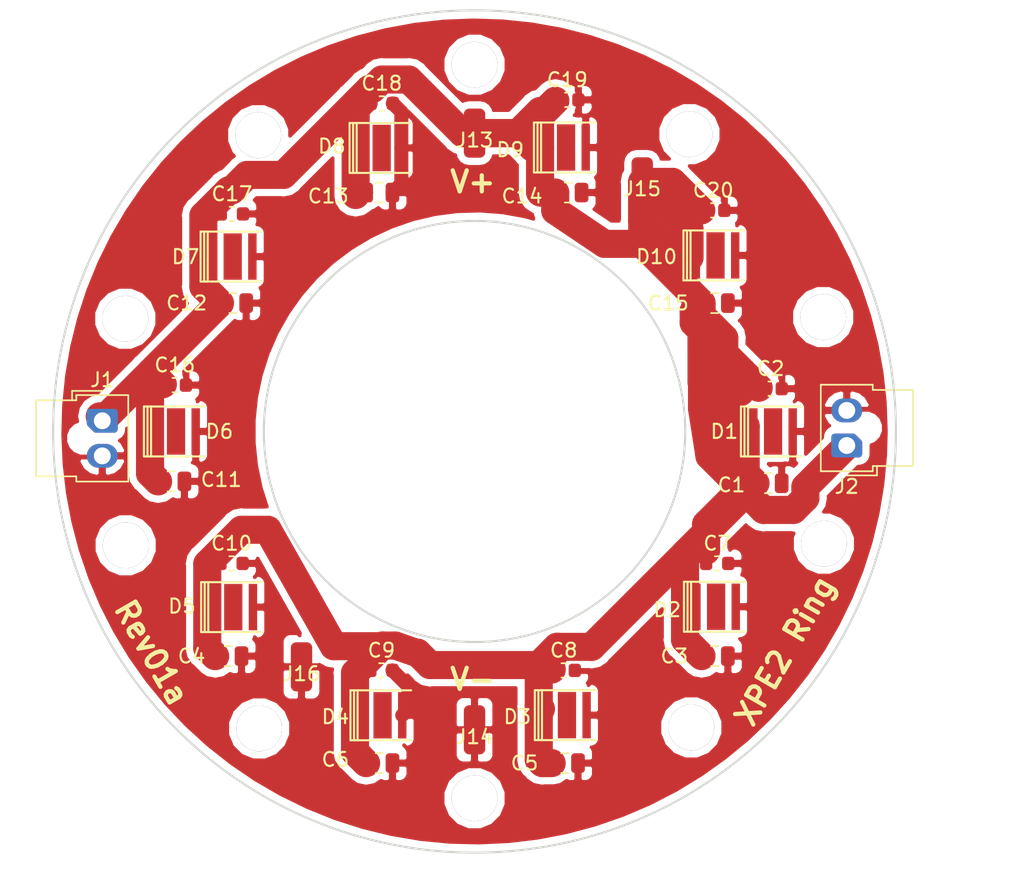
<source format=kicad_pcb>
(kicad_pcb (version 20171130) (host pcbnew "(5.0.2)-1")

  (general
    (thickness 1.6)
    (drawings 7)
    (tracks 112)
    (zones 0)
    (modules 46)
    (nets 13)
  )

  (page A4)
  (layers
    (0 F.Cu signal)
    (31 B.Cu signal)
    (32 B.Adhes user)
    (33 F.Adhes user)
    (34 B.Paste user)
    (35 F.Paste user)
    (36 B.SilkS user)
    (37 F.SilkS user)
    (38 B.Mask user)
    (39 F.Mask user)
    (40 Dwgs.User user)
    (41 Cmts.User user)
    (42 Eco1.User user)
    (43 Eco2.User user)
    (44 Edge.Cuts user)
    (45 Margin user)
    (46 B.CrtYd user)
    (47 F.CrtYd user)
    (48 B.Fab user)
    (49 F.Fab user)
  )

  (setup
    (last_trace_width 1)
    (trace_clearance 0.2)
    (zone_clearance 0.508)
    (zone_45_only no)
    (trace_min 0.2)
    (segment_width 0.2)
    (edge_width 0.15)
    (via_size 0.8)
    (via_drill 0.4)
    (via_min_size 0.4)
    (via_min_drill 0.3)
    (uvia_size 0.3)
    (uvia_drill 0.1)
    (uvias_allowed no)
    (uvia_min_size 0.2)
    (uvia_min_drill 0.1)
    (pcb_text_width 0.3)
    (pcb_text_size 1.5 1.5)
    (mod_edge_width 0.15)
    (mod_text_size 1 1)
    (mod_text_width 0.15)
    (pad_size 1.3 1.3)
    (pad_drill 1.3)
    (pad_to_mask_clearance 0.051)
    (solder_mask_min_width 0.25)
    (aux_axis_origin 0 0)
    (visible_elements FFFFFF7F)
    (pcbplotparams
      (layerselection 0x010f0_ffffffff)
      (usegerberextensions false)
      (usegerberattributes false)
      (usegerberadvancedattributes false)
      (creategerberjobfile false)
      (excludeedgelayer true)
      (linewidth 0.100000)
      (plotframeref false)
      (viasonmask false)
      (mode 1)
      (useauxorigin false)
      (hpglpennumber 1)
      (hpglpenspeed 20)
      (hpglpendiameter 15.000000)
      (psnegative false)
      (psa4output false)
      (plotreference true)
      (plotvalue true)
      (plotinvisibletext false)
      (padsonsilk false)
      (subtractmaskfromsilk false)
      (outputformat 1)
      (mirror false)
      (drillshape 0)
      (scaleselection 1)
      (outputdirectory "gerber/"))
  )

  (net 0 "")
  (net 1 "Net-(J12-Pad1)")
  (net 2 "Net-(J3-Pad1)")
  (net 3 "Net-(J4-Pad1)")
  (net 4 "Net-(J5-Pad1)")
  (net 5 "Net-(J6-Pad1)")
  (net 6 "Net-(J7-Pad1)")
  (net 7 "Net-(J8-Pad1)")
  (net 8 "Net-(J9-Pad1)")
  (net 9 "Net-(J10-Pad1)")
  (net 10 "Net-(J11-Pad1)")
  (net 11 PGND)
  (net 12 VLED)

  (net_class Default "This is the default net class."
    (clearance 0.2)
    (trace_width 1)
    (via_dia 0.8)
    (via_drill 0.4)
    (uvia_dia 0.3)
    (uvia_drill 0.1)
    (add_net "Net-(J10-Pad1)")
    (add_net "Net-(J11-Pad1)")
    (add_net "Net-(J12-Pad1)")
    (add_net "Net-(J3-Pad1)")
    (add_net "Net-(J4-Pad1)")
    (add_net "Net-(J5-Pad1)")
    (add_net "Net-(J6-Pad1)")
    (add_net "Net-(J7-Pad1)")
    (add_net "Net-(J8-Pad1)")
    (add_net "Net-(J9-Pad1)")
    (add_net PGND)
    (add_net VLED)
  )

  (module Connector_Molex:Molex_Nano-Fit_105309-xx02_1x02_P2.50mm_Vertical (layer F.Cu) (tedit 5B7830BB) (tstamp 5CE302AA)
    (at 26.5 1 180)
    (descr "Molex Nano-Fit Power Connectors, 105309-xx02, 2 Pins per row (http://www.molex.com/pdm_docs/sd/1053091203_sd.pdf), generated with kicad-footprint-generator")
    (tags "connector Molex Nano-Fit side entry")
    (path /5CD8570D)
    (fp_text reference J2 (at 0 -2.92 180) (layer F.SilkS)
      (effects (font (size 1 1) (thickness 0.15)))
    )
    (fp_text value Conn_01x02_Male (at 0 5.42 180) (layer F.Fab)
      (effects (font (size 1 1) (thickness 0.15)))
    )
    (fp_text user %R (at 1.1 1.25 270) (layer F.Fab)
      (effects (font (size 0.87 0.87) (thickness 0.13)))
    )
    (fp_line (start 0 -1.012893) (end 0.5 -1.72) (layer F.Fab) (width 0.1))
    (fp_line (start -0.5 -1.72) (end 0 -1.012893) (layer F.Fab) (width 0.1))
    (fp_line (start -2.15 -2.13) (end -2.15 -1.46) (layer F.SilkS) (width 0.12))
    (fp_line (start 0 -2.13) (end -2.15 -2.13) (layer F.SilkS) (width 0.12))
    (fp_line (start -2.02 -0.85) (end -4.1 -0.85) (layer F.Fab) (width 0.1))
    (fp_line (start -2.02 3.35) (end -2.02 -0.85) (layer F.Fab) (width 0.1))
    (fp_line (start -4.1 3.35) (end -2.02 3.35) (layer F.Fab) (width 0.1))
    (fp_line (start -4.1 -0.85) (end -4.1 3.35) (layer F.Fab) (width 0.1))
    (fp_line (start -5.1 4.35) (end -5.1 1.25) (layer F.CrtYd) (width 0.05))
    (fp_line (start -2.24 4.35) (end -5.1 4.35) (layer F.CrtYd) (width 0.05))
    (fp_line (start -2.24 4.72) (end -2.24 4.35) (layer F.CrtYd) (width 0.05))
    (fp_line (start 2.24 4.72) (end -2.24 4.72) (layer F.CrtYd) (width 0.05))
    (fp_line (start 2.24 1.25) (end 2.24 4.72) (layer F.CrtYd) (width 0.05))
    (fp_line (start -5.1 -1.85) (end -5.1 1.25) (layer F.CrtYd) (width 0.05))
    (fp_line (start -2.24 -1.85) (end -5.1 -1.85) (layer F.CrtYd) (width 0.05))
    (fp_line (start -2.24 -2.22) (end -2.24 -1.85) (layer F.CrtYd) (width 0.05))
    (fp_line (start 2.24 -2.22) (end -2.24 -2.22) (layer F.CrtYd) (width 0.05))
    (fp_line (start 2.24 1.25) (end 2.24 -2.22) (layer F.CrtYd) (width 0.05))
    (fp_line (start -4.71 3.96) (end -4.71 1.25) (layer F.SilkS) (width 0.12))
    (fp_line (start -1.85 3.96) (end -4.71 3.96) (layer F.SilkS) (width 0.12))
    (fp_line (start -1.85 4.33) (end -1.85 3.96) (layer F.SilkS) (width 0.12))
    (fp_line (start 1.85 4.33) (end -1.85 4.33) (layer F.SilkS) (width 0.12))
    (fp_line (start 1.85 1.25) (end 1.85 4.33) (layer F.SilkS) (width 0.12))
    (fp_line (start -4.71 -1.46) (end -4.71 1.25) (layer F.SilkS) (width 0.12))
    (fp_line (start -1.85 -1.46) (end -4.71 -1.46) (layer F.SilkS) (width 0.12))
    (fp_line (start -1.85 -1.83) (end -1.85 -1.46) (layer F.SilkS) (width 0.12))
    (fp_line (start 1.85 -1.83) (end -1.85 -1.83) (layer F.SilkS) (width 0.12))
    (fp_line (start 1.85 1.25) (end 1.85 -1.83) (layer F.SilkS) (width 0.12))
    (fp_line (start -4.6 3.85) (end -4.6 1.25) (layer F.Fab) (width 0.1))
    (fp_line (start -1.74 3.85) (end -4.6 3.85) (layer F.Fab) (width 0.1))
    (fp_line (start -1.74 4.22) (end -1.74 3.85) (layer F.Fab) (width 0.1))
    (fp_line (start 1.74 4.22) (end -1.74 4.22) (layer F.Fab) (width 0.1))
    (fp_line (start 1.74 1.25) (end 1.74 4.22) (layer F.Fab) (width 0.1))
    (fp_line (start -4.6 -1.35) (end -4.6 1.25) (layer F.Fab) (width 0.1))
    (fp_line (start -1.74 -1.35) (end -4.6 -1.35) (layer F.Fab) (width 0.1))
    (fp_line (start -1.74 -1.72) (end -1.74 -1.35) (layer F.Fab) (width 0.1))
    (fp_line (start 1.74 -1.72) (end -1.74 -1.72) (layer F.Fab) (width 0.1))
    (fp_line (start 1.74 1.25) (end 1.74 -1.72) (layer F.Fab) (width 0.1))
    (pad "" np_thru_hole circle (at -1.34 1.25 180) (size 1.3 1.3) (drill 1.3) (layers *.Cu *.Mask))
    (pad 2 thru_hole oval (at 0 2.5 180) (size 2.2 1.7) (drill 1.2) (layers *.Cu *.Mask)
      (net 11 PGND))
    (pad 1 thru_hole custom (at 0 0 180) (size 1.417157 1.417157) (drill 1.2) (layers *.Cu *.Mask)
      (net 12 VLED)
      (options (clearance outline) (anchor circle))
      (primitives
        (gr_poly (pts
           (xy -0.85 -0.6) (xy 0.85 -0.6) (xy 0.85 0.6) (xy -0.45 0.6) (xy -0.85 0.2)
) (width 0.5))
      ))
    (model ${KISYS3DMOD}/Connector_Molex.3dshapes/Molex_Nano-Fit_105309-xx02_1x02_P2.50mm_Vertical.wrl
      (at (xyz 0 0 0))
      (scale (xyz 1 1 1))
      (rotate (xyz 0 0 0))
    )
  )

  (module Connector_Molex:Molex_Nano-Fit_105309-xx02_1x02_P2.50mm_Vertical (layer F.Cu) (tedit 5B7830BB) (tstamp 5CE3027D)
    (at -26.5 -0.762)
    (descr "Molex Nano-Fit Power Connectors, 105309-xx02, 2 Pins per row (http://www.molex.com/pdm_docs/sd/1053091203_sd.pdf), generated with kicad-footprint-generator")
    (tags "connector Molex Nano-Fit side entry")
    (path /5CD7D816)
    (fp_text reference J1 (at 0 -2.92) (layer F.SilkS)
      (effects (font (size 1 1) (thickness 0.15)))
    )
    (fp_text value Conn_01x02_Male (at 0 5.42) (layer F.Fab)
      (effects (font (size 1 1) (thickness 0.15)))
    )
    (fp_text user %R (at 1.1 1.25 90) (layer F.Fab)
      (effects (font (size 0.87 0.87) (thickness 0.13)))
    )
    (fp_line (start 0 -1.012893) (end 0.5 -1.72) (layer F.Fab) (width 0.1))
    (fp_line (start -0.5 -1.72) (end 0 -1.012893) (layer F.Fab) (width 0.1))
    (fp_line (start -2.15 -2.13) (end -2.15 -1.46) (layer F.SilkS) (width 0.12))
    (fp_line (start 0 -2.13) (end -2.15 -2.13) (layer F.SilkS) (width 0.12))
    (fp_line (start -2.02 -0.85) (end -4.1 -0.85) (layer F.Fab) (width 0.1))
    (fp_line (start -2.02 3.35) (end -2.02 -0.85) (layer F.Fab) (width 0.1))
    (fp_line (start -4.1 3.35) (end -2.02 3.35) (layer F.Fab) (width 0.1))
    (fp_line (start -4.1 -0.85) (end -4.1 3.35) (layer F.Fab) (width 0.1))
    (fp_line (start -5.1 4.35) (end -5.1 1.25) (layer F.CrtYd) (width 0.05))
    (fp_line (start -2.24 4.35) (end -5.1 4.35) (layer F.CrtYd) (width 0.05))
    (fp_line (start -2.24 4.72) (end -2.24 4.35) (layer F.CrtYd) (width 0.05))
    (fp_line (start 2.24 4.72) (end -2.24 4.72) (layer F.CrtYd) (width 0.05))
    (fp_line (start 2.24 1.25) (end 2.24 4.72) (layer F.CrtYd) (width 0.05))
    (fp_line (start -5.1 -1.85) (end -5.1 1.25) (layer F.CrtYd) (width 0.05))
    (fp_line (start -2.24 -1.85) (end -5.1 -1.85) (layer F.CrtYd) (width 0.05))
    (fp_line (start -2.24 -2.22) (end -2.24 -1.85) (layer F.CrtYd) (width 0.05))
    (fp_line (start 2.24 -2.22) (end -2.24 -2.22) (layer F.CrtYd) (width 0.05))
    (fp_line (start 2.24 1.25) (end 2.24 -2.22) (layer F.CrtYd) (width 0.05))
    (fp_line (start -4.71 3.96) (end -4.71 1.25) (layer F.SilkS) (width 0.12))
    (fp_line (start -1.85 3.96) (end -4.71 3.96) (layer F.SilkS) (width 0.12))
    (fp_line (start -1.85 4.33) (end -1.85 3.96) (layer F.SilkS) (width 0.12))
    (fp_line (start 1.85 4.33) (end -1.85 4.33) (layer F.SilkS) (width 0.12))
    (fp_line (start 1.85 1.25) (end 1.85 4.33) (layer F.SilkS) (width 0.12))
    (fp_line (start -4.71 -1.46) (end -4.71 1.25) (layer F.SilkS) (width 0.12))
    (fp_line (start -1.85 -1.46) (end -4.71 -1.46) (layer F.SilkS) (width 0.12))
    (fp_line (start -1.85 -1.83) (end -1.85 -1.46) (layer F.SilkS) (width 0.12))
    (fp_line (start 1.85 -1.83) (end -1.85 -1.83) (layer F.SilkS) (width 0.12))
    (fp_line (start 1.85 1.25) (end 1.85 -1.83) (layer F.SilkS) (width 0.12))
    (fp_line (start -4.6 3.85) (end -4.6 1.25) (layer F.Fab) (width 0.1))
    (fp_line (start -1.74 3.85) (end -4.6 3.85) (layer F.Fab) (width 0.1))
    (fp_line (start -1.74 4.22) (end -1.74 3.85) (layer F.Fab) (width 0.1))
    (fp_line (start 1.74 4.22) (end -1.74 4.22) (layer F.Fab) (width 0.1))
    (fp_line (start 1.74 1.25) (end 1.74 4.22) (layer F.Fab) (width 0.1))
    (fp_line (start -4.6 -1.35) (end -4.6 1.25) (layer F.Fab) (width 0.1))
    (fp_line (start -1.74 -1.35) (end -4.6 -1.35) (layer F.Fab) (width 0.1))
    (fp_line (start -1.74 -1.72) (end -1.74 -1.35) (layer F.Fab) (width 0.1))
    (fp_line (start 1.74 -1.72) (end -1.74 -1.72) (layer F.Fab) (width 0.1))
    (fp_line (start 1.74 1.25) (end 1.74 -1.72) (layer F.Fab) (width 0.1))
    (pad "" np_thru_hole circle (at -1.34 1.25) (size 1.3 1.3) (drill 1.3) (layers *.Cu *.Mask))
    (pad 2 thru_hole oval (at 0 2.5) (size 2.2 1.7) (drill 1.2) (layers *.Cu *.Mask)
      (net 11 PGND))
    (pad 1 thru_hole custom (at 0 0) (size 1.417157 1.417157) (drill 1.2) (layers *.Cu *.Mask)
      (net 12 VLED)
      (options (clearance outline) (anchor circle))
      (primitives
        (gr_poly (pts
           (xy -0.85 -0.6) (xy 0.85 -0.6) (xy 0.85 0.6) (xy -0.45 0.6) (xy -0.85 0.2)
) (width 0.5))
      ))
    (model ${KISYS3DMOD}/Connector_Molex.3dshapes/Molex_Nano-Fit_105309-xx02_1x02_P2.50mm_Vertical.wrl
      (at (xyz 0 0 0))
      (scale (xyz 1 1 1))
      (rotate (xyz 0 0 0))
    )
  )

  (module conn:large_smd_pad (layer F.Cu) (tedit 5C0828CF) (tstamp 5CE3027C)
    (at 11.938 -17.78)
    (path /5CD8DF3E)
    (fp_text reference J15 (at 0 0.5) (layer F.SilkS)
      (effects (font (size 1 1) (thickness 0.15)))
    )
    (fp_text value Conn_01x01_Male (at 0 -0.5) (layer F.Fab)
      (effects (font (size 1 1) (thickness 0.15)))
    )
    (pad 1 smd roundrect (at 0 0) (size 1.524 3.5) (layers F.Cu F.Paste F.Mask) (roundrect_rratio 0.25)
      (net 12 VLED))
  )

  (module conn:large_smd_pad (layer F.Cu) (tedit 5C0828CF) (tstamp 5CE30277)
    (at -12.319 16.764)
    (path /5CD8DF44)
    (fp_text reference J16 (at 0 0.5) (layer F.SilkS)
      (effects (font (size 1 1) (thickness 0.15)))
    )
    (fp_text value Conn_01x01_Male (at 0 -0.5) (layer F.Fab)
      (effects (font (size 1 1) (thickness 0.15)))
    )
    (pad 1 smd roundrect (at 0 0) (size 1.524 3.5) (layers F.Cu F.Paste F.Mask) (roundrect_rratio 0.25)
      (net 11 PGND))
  )

  (module conn:large_smd_pad (layer F.Cu) (tedit 5C0828CF) (tstamp 5CE30272)
    (at 0 -21.25)
    (path /5CD8840B)
    (fp_text reference J13 (at 0 0.5) (layer F.SilkS)
      (effects (font (size 1 1) (thickness 0.15)))
    )
    (fp_text value Conn_01x01_Male (at 0 -0.5) (layer F.Fab)
      (effects (font (size 1 1) (thickness 0.15)))
    )
    (pad 1 smd roundrect (at 0 0) (size 1.524 3.5) (layers F.Cu F.Paste F.Mask) (roundrect_rratio 0.25)
      (net 12 VLED))
  )

  (module conn:large_smd_pad (layer F.Cu) (tedit 5C0828CF) (tstamp 5CE3026D)
    (at 0 21.25)
    (path /5CD884A1)
    (fp_text reference J14 (at 0 0.5) (layer F.SilkS)
      (effects (font (size 1 1) (thickness 0.15)))
    )
    (fp_text value Conn_01x01_Male (at 0 -0.5) (layer F.Fab)
      (effects (font (size 1 1) (thickness 0.15)))
    )
    (pad 1 smd roundrect (at 0 0) (size 1.524 3.5) (layers F.Cu F.Paste F.Mask) (roundrect_rratio 0.25)
      (net 11 PGND))
  )

  (module Capacitor_SMD:C_0603_1608Metric (layer F.Cu) (tedit 5B301BBE) (tstamp 5CE2EA3D)
    (at 21.082 -3.048)
    (descr "Capacitor SMD 0603 (1608 Metric), square (rectangular) end terminal, IPC_7351 nominal, (Body size source: http://www.tortai-tech.com/upload/download/2011102023233369053.pdf), generated with kicad-footprint-generator")
    (tags capacitor)
    (path /5CD5EF1C)
    (attr smd)
    (fp_text reference C2 (at 0 -1.43) (layer F.SilkS)
      (effects (font (size 1 1) (thickness 0.15)))
    )
    (fp_text value C (at 0 1.43) (layer F.Fab)
      (effects (font (size 1 1) (thickness 0.15)))
    )
    (fp_text user %R (at 0 0) (layer F.Fab)
      (effects (font (size 0.4 0.4) (thickness 0.06)))
    )
    (fp_line (start 1.48 0.73) (end -1.48 0.73) (layer F.CrtYd) (width 0.05))
    (fp_line (start 1.48 -0.73) (end 1.48 0.73) (layer F.CrtYd) (width 0.05))
    (fp_line (start -1.48 -0.73) (end 1.48 -0.73) (layer F.CrtYd) (width 0.05))
    (fp_line (start -1.48 0.73) (end -1.48 -0.73) (layer F.CrtYd) (width 0.05))
    (fp_line (start -0.162779 0.51) (end 0.162779 0.51) (layer F.SilkS) (width 0.12))
    (fp_line (start -0.162779 -0.51) (end 0.162779 -0.51) (layer F.SilkS) (width 0.12))
    (fp_line (start 0.8 0.4) (end -0.8 0.4) (layer F.Fab) (width 0.1))
    (fp_line (start 0.8 -0.4) (end 0.8 0.4) (layer F.Fab) (width 0.1))
    (fp_line (start -0.8 -0.4) (end 0.8 -0.4) (layer F.Fab) (width 0.1))
    (fp_line (start -0.8 0.4) (end -0.8 -0.4) (layer F.Fab) (width 0.1))
    (pad 2 smd roundrect (at 0.7875 0) (size 0.875 0.95) (layers F.Cu F.Paste F.Mask) (roundrect_rratio 0.25)
      (net 11 PGND))
    (pad 1 smd roundrect (at -0.7875 0) (size 0.875 0.95) (layers F.Cu F.Paste F.Mask) (roundrect_rratio 0.25)
      (net 12 VLED))
    (model ${KISYS3DMOD}/Capacitor_SMD.3dshapes/C_0603_1608Metric.wrl
      (at (xyz 0 0 0))
      (scale (xyz 1 1 1))
      (rotate (xyz 0 0 0))
    )
  )

  (module Capacitor_SMD:C_0603_1608Metric (layer F.Cu) (tedit 5B301BBE) (tstamp 5CE2EA2C)
    (at 16.9925 -15.748)
    (descr "Capacitor SMD 0603 (1608 Metric), square (rectangular) end terminal, IPC_7351 nominal, (Body size source: http://www.tortai-tech.com/upload/download/2011102023233369053.pdf), generated with kicad-footprint-generator")
    (tags capacitor)
    (path /5CD60F27)
    (attr smd)
    (fp_text reference C20 (at 0 -1.43) (layer F.SilkS)
      (effects (font (size 1 1) (thickness 0.15)))
    )
    (fp_text value C (at 0 1.43) (layer F.Fab)
      (effects (font (size 1 1) (thickness 0.15)))
    )
    (fp_text user %R (at 0 0) (layer F.Fab)
      (effects (font (size 0.4 0.4) (thickness 0.06)))
    )
    (fp_line (start 1.48 0.73) (end -1.48 0.73) (layer F.CrtYd) (width 0.05))
    (fp_line (start 1.48 -0.73) (end 1.48 0.73) (layer F.CrtYd) (width 0.05))
    (fp_line (start -1.48 -0.73) (end 1.48 -0.73) (layer F.CrtYd) (width 0.05))
    (fp_line (start -1.48 0.73) (end -1.48 -0.73) (layer F.CrtYd) (width 0.05))
    (fp_line (start -0.162779 0.51) (end 0.162779 0.51) (layer F.SilkS) (width 0.12))
    (fp_line (start -0.162779 -0.51) (end 0.162779 -0.51) (layer F.SilkS) (width 0.12))
    (fp_line (start 0.8 0.4) (end -0.8 0.4) (layer F.Fab) (width 0.1))
    (fp_line (start 0.8 -0.4) (end 0.8 0.4) (layer F.Fab) (width 0.1))
    (fp_line (start -0.8 -0.4) (end 0.8 -0.4) (layer F.Fab) (width 0.1))
    (fp_line (start -0.8 0.4) (end -0.8 -0.4) (layer F.Fab) (width 0.1))
    (pad 2 smd roundrect (at 0.7875 0) (size 0.875 0.95) (layers F.Cu F.Paste F.Mask) (roundrect_rratio 0.25)
      (net 11 PGND))
    (pad 1 smd roundrect (at -0.7875 0) (size 0.875 0.95) (layers F.Cu F.Paste F.Mask) (roundrect_rratio 0.25)
      (net 12 VLED))
    (model ${KISYS3DMOD}/Capacitor_SMD.3dshapes/C_0603_1608Metric.wrl
      (at (xyz 0 0 0))
      (scale (xyz 1 1 1))
      (rotate (xyz 0 0 0))
    )
  )

  (module Capacitor_SMD:C_0603_1608Metric (layer F.Cu) (tedit 5B301BBE) (tstamp 5CE2EA1B)
    (at 6.604 -23.622)
    (descr "Capacitor SMD 0603 (1608 Metric), square (rectangular) end terminal, IPC_7351 nominal, (Body size source: http://www.tortai-tech.com/upload/download/2011102023233369053.pdf), generated with kicad-footprint-generator")
    (tags capacitor)
    (path /5CD60F01)
    (attr smd)
    (fp_text reference C19 (at 0 -1.43) (layer F.SilkS)
      (effects (font (size 1 1) (thickness 0.15)))
    )
    (fp_text value C (at 0 1.43) (layer F.Fab)
      (effects (font (size 1 1) (thickness 0.15)))
    )
    (fp_text user %R (at 0 0) (layer F.Fab)
      (effects (font (size 0.4 0.4) (thickness 0.06)))
    )
    (fp_line (start 1.48 0.73) (end -1.48 0.73) (layer F.CrtYd) (width 0.05))
    (fp_line (start 1.48 -0.73) (end 1.48 0.73) (layer F.CrtYd) (width 0.05))
    (fp_line (start -1.48 -0.73) (end 1.48 -0.73) (layer F.CrtYd) (width 0.05))
    (fp_line (start -1.48 0.73) (end -1.48 -0.73) (layer F.CrtYd) (width 0.05))
    (fp_line (start -0.162779 0.51) (end 0.162779 0.51) (layer F.SilkS) (width 0.12))
    (fp_line (start -0.162779 -0.51) (end 0.162779 -0.51) (layer F.SilkS) (width 0.12))
    (fp_line (start 0.8 0.4) (end -0.8 0.4) (layer F.Fab) (width 0.1))
    (fp_line (start 0.8 -0.4) (end 0.8 0.4) (layer F.Fab) (width 0.1))
    (fp_line (start -0.8 -0.4) (end 0.8 -0.4) (layer F.Fab) (width 0.1))
    (fp_line (start -0.8 0.4) (end -0.8 -0.4) (layer F.Fab) (width 0.1))
    (pad 2 smd roundrect (at 0.7875 0) (size 0.875 0.95) (layers F.Cu F.Paste F.Mask) (roundrect_rratio 0.25)
      (net 11 PGND))
    (pad 1 smd roundrect (at -0.7875 0) (size 0.875 0.95) (layers F.Cu F.Paste F.Mask) (roundrect_rratio 0.25)
      (net 12 VLED))
    (model ${KISYS3DMOD}/Capacitor_SMD.3dshapes/C_0603_1608Metric.wrl
      (at (xyz 0 0 0))
      (scale (xyz 1 1 1))
      (rotate (xyz 0 0 0))
    )
  )

  (module Capacitor_SMD:C_0603_1608Metric (layer F.Cu) (tedit 5B301BBE) (tstamp 5CE2EA0A)
    (at -6.604 -23.368)
    (descr "Capacitor SMD 0603 (1608 Metric), square (rectangular) end terminal, IPC_7351 nominal, (Body size source: http://www.tortai-tech.com/upload/download/2011102023233369053.pdf), generated with kicad-footprint-generator")
    (tags capacitor)
    (path /5CD60EDB)
    (attr smd)
    (fp_text reference C18 (at 0 -1.43) (layer F.SilkS)
      (effects (font (size 1 1) (thickness 0.15)))
    )
    (fp_text value C (at 0 1.43) (layer F.Fab)
      (effects (font (size 1 1) (thickness 0.15)))
    )
    (fp_text user %R (at 0 0) (layer F.Fab)
      (effects (font (size 0.4 0.4) (thickness 0.06)))
    )
    (fp_line (start 1.48 0.73) (end -1.48 0.73) (layer F.CrtYd) (width 0.05))
    (fp_line (start 1.48 -0.73) (end 1.48 0.73) (layer F.CrtYd) (width 0.05))
    (fp_line (start -1.48 -0.73) (end 1.48 -0.73) (layer F.CrtYd) (width 0.05))
    (fp_line (start -1.48 0.73) (end -1.48 -0.73) (layer F.CrtYd) (width 0.05))
    (fp_line (start -0.162779 0.51) (end 0.162779 0.51) (layer F.SilkS) (width 0.12))
    (fp_line (start -0.162779 -0.51) (end 0.162779 -0.51) (layer F.SilkS) (width 0.12))
    (fp_line (start 0.8 0.4) (end -0.8 0.4) (layer F.Fab) (width 0.1))
    (fp_line (start 0.8 -0.4) (end 0.8 0.4) (layer F.Fab) (width 0.1))
    (fp_line (start -0.8 -0.4) (end 0.8 -0.4) (layer F.Fab) (width 0.1))
    (fp_line (start -0.8 0.4) (end -0.8 -0.4) (layer F.Fab) (width 0.1))
    (pad 2 smd roundrect (at 0.7875 0) (size 0.875 0.95) (layers F.Cu F.Paste F.Mask) (roundrect_rratio 0.25)
      (net 11 PGND))
    (pad 1 smd roundrect (at -0.7875 0) (size 0.875 0.95) (layers F.Cu F.Paste F.Mask) (roundrect_rratio 0.25)
      (net 12 VLED))
    (model ${KISYS3DMOD}/Capacitor_SMD.3dshapes/C_0603_1608Metric.wrl
      (at (xyz 0 0 0))
      (scale (xyz 1 1 1))
      (rotate (xyz 0 0 0))
    )
  )

  (module Capacitor_SMD:C_0603_1608Metric (layer F.Cu) (tedit 5B301BBE) (tstamp 5CE2E9F9)
    (at -17.272 -15.494)
    (descr "Capacitor SMD 0603 (1608 Metric), square (rectangular) end terminal, IPC_7351 nominal, (Body size source: http://www.tortai-tech.com/upload/download/2011102023233369053.pdf), generated with kicad-footprint-generator")
    (tags capacitor)
    (path /5CD60EB5)
    (attr smd)
    (fp_text reference C17 (at 0 -1.43) (layer F.SilkS)
      (effects (font (size 1 1) (thickness 0.15)))
    )
    (fp_text value C (at 0 1.43) (layer F.Fab)
      (effects (font (size 1 1) (thickness 0.15)))
    )
    (fp_text user %R (at 0 0) (layer F.Fab)
      (effects (font (size 0.4 0.4) (thickness 0.06)))
    )
    (fp_line (start 1.48 0.73) (end -1.48 0.73) (layer F.CrtYd) (width 0.05))
    (fp_line (start 1.48 -0.73) (end 1.48 0.73) (layer F.CrtYd) (width 0.05))
    (fp_line (start -1.48 -0.73) (end 1.48 -0.73) (layer F.CrtYd) (width 0.05))
    (fp_line (start -1.48 0.73) (end -1.48 -0.73) (layer F.CrtYd) (width 0.05))
    (fp_line (start -0.162779 0.51) (end 0.162779 0.51) (layer F.SilkS) (width 0.12))
    (fp_line (start -0.162779 -0.51) (end 0.162779 -0.51) (layer F.SilkS) (width 0.12))
    (fp_line (start 0.8 0.4) (end -0.8 0.4) (layer F.Fab) (width 0.1))
    (fp_line (start 0.8 -0.4) (end 0.8 0.4) (layer F.Fab) (width 0.1))
    (fp_line (start -0.8 -0.4) (end 0.8 -0.4) (layer F.Fab) (width 0.1))
    (fp_line (start -0.8 0.4) (end -0.8 -0.4) (layer F.Fab) (width 0.1))
    (pad 2 smd roundrect (at 0.7875 0) (size 0.875 0.95) (layers F.Cu F.Paste F.Mask) (roundrect_rratio 0.25)
      (net 11 PGND))
    (pad 1 smd roundrect (at -0.7875 0) (size 0.875 0.95) (layers F.Cu F.Paste F.Mask) (roundrect_rratio 0.25)
      (net 12 VLED))
    (model ${KISYS3DMOD}/Capacitor_SMD.3dshapes/C_0603_1608Metric.wrl
      (at (xyz 0 0 0))
      (scale (xyz 1 1 1))
      (rotate (xyz 0 0 0))
    )
  )

  (module Capacitor_SMD:C_0603_1608Metric (layer F.Cu) (tedit 5B301BBE) (tstamp 5CE2E9E8)
    (at 17.272 9.398)
    (descr "Capacitor SMD 0603 (1608 Metric), square (rectangular) end terminal, IPC_7351 nominal, (Body size source: http://www.tortai-tech.com/upload/download/2011102023233369053.pdf), generated with kicad-footprint-generator")
    (tags capacitor)
    (path /5CD5F27E)
    (attr smd)
    (fp_text reference C7 (at 0 -1.43) (layer F.SilkS)
      (effects (font (size 1 1) (thickness 0.15)))
    )
    (fp_text value C (at 0 1.43) (layer F.Fab)
      (effects (font (size 1 1) (thickness 0.15)))
    )
    (fp_text user %R (at 0 0) (layer F.Fab)
      (effects (font (size 0.4 0.4) (thickness 0.06)))
    )
    (fp_line (start 1.48 0.73) (end -1.48 0.73) (layer F.CrtYd) (width 0.05))
    (fp_line (start 1.48 -0.73) (end 1.48 0.73) (layer F.CrtYd) (width 0.05))
    (fp_line (start -1.48 -0.73) (end 1.48 -0.73) (layer F.CrtYd) (width 0.05))
    (fp_line (start -1.48 0.73) (end -1.48 -0.73) (layer F.CrtYd) (width 0.05))
    (fp_line (start -0.162779 0.51) (end 0.162779 0.51) (layer F.SilkS) (width 0.12))
    (fp_line (start -0.162779 -0.51) (end 0.162779 -0.51) (layer F.SilkS) (width 0.12))
    (fp_line (start 0.8 0.4) (end -0.8 0.4) (layer F.Fab) (width 0.1))
    (fp_line (start 0.8 -0.4) (end 0.8 0.4) (layer F.Fab) (width 0.1))
    (fp_line (start -0.8 -0.4) (end 0.8 -0.4) (layer F.Fab) (width 0.1))
    (fp_line (start -0.8 0.4) (end -0.8 -0.4) (layer F.Fab) (width 0.1))
    (pad 2 smd roundrect (at 0.7875 0) (size 0.875 0.95) (layers F.Cu F.Paste F.Mask) (roundrect_rratio 0.25)
      (net 11 PGND))
    (pad 1 smd roundrect (at -0.7875 0) (size 0.875 0.95) (layers F.Cu F.Paste F.Mask) (roundrect_rratio 0.25)
      (net 12 VLED))
    (model ${KISYS3DMOD}/Capacitor_SMD.3dshapes/C_0603_1608Metric.wrl
      (at (xyz 0 0 0))
      (scale (xyz 1 1 1))
      (rotate (xyz 0 0 0))
    )
  )

  (module Capacitor_SMD:C_0603_1608Metric (layer F.Cu) (tedit 5B301BBE) (tstamp 5CE2E9D7)
    (at 6.35 17.018)
    (descr "Capacitor SMD 0603 (1608 Metric), square (rectangular) end terminal, IPC_7351 nominal, (Body size source: http://www.tortai-tech.com/upload/download/2011102023233369053.pdf), generated with kicad-footprint-generator")
    (tags capacitor)
    (path /5CD5F492)
    (attr smd)
    (fp_text reference C8 (at 0 -1.43) (layer F.SilkS)
      (effects (font (size 1 1) (thickness 0.15)))
    )
    (fp_text value C (at 0 1.43) (layer F.Fab)
      (effects (font (size 1 1) (thickness 0.15)))
    )
    (fp_text user %R (at 0 0) (layer F.Fab)
      (effects (font (size 0.4 0.4) (thickness 0.06)))
    )
    (fp_line (start 1.48 0.73) (end -1.48 0.73) (layer F.CrtYd) (width 0.05))
    (fp_line (start 1.48 -0.73) (end 1.48 0.73) (layer F.CrtYd) (width 0.05))
    (fp_line (start -1.48 -0.73) (end 1.48 -0.73) (layer F.CrtYd) (width 0.05))
    (fp_line (start -1.48 0.73) (end -1.48 -0.73) (layer F.CrtYd) (width 0.05))
    (fp_line (start -0.162779 0.51) (end 0.162779 0.51) (layer F.SilkS) (width 0.12))
    (fp_line (start -0.162779 -0.51) (end 0.162779 -0.51) (layer F.SilkS) (width 0.12))
    (fp_line (start 0.8 0.4) (end -0.8 0.4) (layer F.Fab) (width 0.1))
    (fp_line (start 0.8 -0.4) (end 0.8 0.4) (layer F.Fab) (width 0.1))
    (fp_line (start -0.8 -0.4) (end 0.8 -0.4) (layer F.Fab) (width 0.1))
    (fp_line (start -0.8 0.4) (end -0.8 -0.4) (layer F.Fab) (width 0.1))
    (pad 2 smd roundrect (at 0.7875 0) (size 0.875 0.95) (layers F.Cu F.Paste F.Mask) (roundrect_rratio 0.25)
      (net 11 PGND))
    (pad 1 smd roundrect (at -0.7875 0) (size 0.875 0.95) (layers F.Cu F.Paste F.Mask) (roundrect_rratio 0.25)
      (net 12 VLED))
    (model ${KISYS3DMOD}/Capacitor_SMD.3dshapes/C_0603_1608Metric.wrl
      (at (xyz 0 0 0))
      (scale (xyz 1 1 1))
      (rotate (xyz 0 0 0))
    )
  )

  (module Capacitor_SMD:C_0603_1608Metric (layer F.Cu) (tedit 5B301BBE) (tstamp 5CE2E9C6)
    (at -6.6295 17.018)
    (descr "Capacitor SMD 0603 (1608 Metric), square (rectangular) end terminal, IPC_7351 nominal, (Body size source: http://www.tortai-tech.com/upload/download/2011102023233369053.pdf), generated with kicad-footprint-generator")
    (tags capacitor)
    (path /5CD5F90B)
    (attr smd)
    (fp_text reference C9 (at 0 -1.43) (layer F.SilkS)
      (effects (font (size 1 1) (thickness 0.15)))
    )
    (fp_text value C (at 0 1.43) (layer F.Fab)
      (effects (font (size 1 1) (thickness 0.15)))
    )
    (fp_text user %R (at 0 0) (layer F.Fab)
      (effects (font (size 0.4 0.4) (thickness 0.06)))
    )
    (fp_line (start 1.48 0.73) (end -1.48 0.73) (layer F.CrtYd) (width 0.05))
    (fp_line (start 1.48 -0.73) (end 1.48 0.73) (layer F.CrtYd) (width 0.05))
    (fp_line (start -1.48 -0.73) (end 1.48 -0.73) (layer F.CrtYd) (width 0.05))
    (fp_line (start -1.48 0.73) (end -1.48 -0.73) (layer F.CrtYd) (width 0.05))
    (fp_line (start -0.162779 0.51) (end 0.162779 0.51) (layer F.SilkS) (width 0.12))
    (fp_line (start -0.162779 -0.51) (end 0.162779 -0.51) (layer F.SilkS) (width 0.12))
    (fp_line (start 0.8 0.4) (end -0.8 0.4) (layer F.Fab) (width 0.1))
    (fp_line (start 0.8 -0.4) (end 0.8 0.4) (layer F.Fab) (width 0.1))
    (fp_line (start -0.8 -0.4) (end 0.8 -0.4) (layer F.Fab) (width 0.1))
    (fp_line (start -0.8 0.4) (end -0.8 -0.4) (layer F.Fab) (width 0.1))
    (pad 2 smd roundrect (at 0.7875 0) (size 0.875 0.95) (layers F.Cu F.Paste F.Mask) (roundrect_rratio 0.25)
      (net 11 PGND))
    (pad 1 smd roundrect (at -0.7875 0) (size 0.875 0.95) (layers F.Cu F.Paste F.Mask) (roundrect_rratio 0.25)
      (net 12 VLED))
    (model ${KISYS3DMOD}/Capacitor_SMD.3dshapes/C_0603_1608Metric.wrl
      (at (xyz 0 0 0))
      (scale (xyz 1 1 1))
      (rotate (xyz 0 0 0))
    )
  )

  (module Capacitor_SMD:C_0603_1608Metric (layer F.Cu) (tedit 5B301BBE) (tstamp 5CE2E9B5)
    (at -17.2975 9.398)
    (descr "Capacitor SMD 0603 (1608 Metric), square (rectangular) end terminal, IPC_7351 nominal, (Body size source: http://www.tortai-tech.com/upload/download/2011102023233369053.pdf), generated with kicad-footprint-generator")
    (tags capacitor)
    (path /5CD600A5)
    (attr smd)
    (fp_text reference C10 (at 0 -1.43) (layer F.SilkS)
      (effects (font (size 1 1) (thickness 0.15)))
    )
    (fp_text value C (at 0 1.43) (layer F.Fab)
      (effects (font (size 1 1) (thickness 0.15)))
    )
    (fp_text user %R (at 0 0) (layer F.Fab)
      (effects (font (size 0.4 0.4) (thickness 0.06)))
    )
    (fp_line (start 1.48 0.73) (end -1.48 0.73) (layer F.CrtYd) (width 0.05))
    (fp_line (start 1.48 -0.73) (end 1.48 0.73) (layer F.CrtYd) (width 0.05))
    (fp_line (start -1.48 -0.73) (end 1.48 -0.73) (layer F.CrtYd) (width 0.05))
    (fp_line (start -1.48 0.73) (end -1.48 -0.73) (layer F.CrtYd) (width 0.05))
    (fp_line (start -0.162779 0.51) (end 0.162779 0.51) (layer F.SilkS) (width 0.12))
    (fp_line (start -0.162779 -0.51) (end 0.162779 -0.51) (layer F.SilkS) (width 0.12))
    (fp_line (start 0.8 0.4) (end -0.8 0.4) (layer F.Fab) (width 0.1))
    (fp_line (start 0.8 -0.4) (end 0.8 0.4) (layer F.Fab) (width 0.1))
    (fp_line (start -0.8 -0.4) (end 0.8 -0.4) (layer F.Fab) (width 0.1))
    (fp_line (start -0.8 0.4) (end -0.8 -0.4) (layer F.Fab) (width 0.1))
    (pad 2 smd roundrect (at 0.7875 0) (size 0.875 0.95) (layers F.Cu F.Paste F.Mask) (roundrect_rratio 0.25)
      (net 11 PGND))
    (pad 1 smd roundrect (at -0.7875 0) (size 0.875 0.95) (layers F.Cu F.Paste F.Mask) (roundrect_rratio 0.25)
      (net 12 VLED))
    (model ${KISYS3DMOD}/Capacitor_SMD.3dshapes/C_0603_1608Metric.wrl
      (at (xyz 0 0 0))
      (scale (xyz 1 1 1))
      (rotate (xyz 0 0 0))
    )
  )

  (module Capacitor_SMD:C_0603_1608Metric (layer F.Cu) (tedit 5B301BBE) (tstamp 5CE2E9A4)
    (at -21.336 -3.302)
    (descr "Capacitor SMD 0603 (1608 Metric), square (rectangular) end terminal, IPC_7351 nominal, (Body size source: http://www.tortai-tech.com/upload/download/2011102023233369053.pdf), generated with kicad-footprint-generator")
    (tags capacitor)
    (path /5CD60E8F)
    (attr smd)
    (fp_text reference C16 (at 0 -1.43) (layer F.SilkS)
      (effects (font (size 1 1) (thickness 0.15)))
    )
    (fp_text value C (at 0 1.43) (layer F.Fab)
      (effects (font (size 1 1) (thickness 0.15)))
    )
    (fp_text user %R (at 0 0) (layer F.Fab)
      (effects (font (size 0.4 0.4) (thickness 0.06)))
    )
    (fp_line (start 1.48 0.73) (end -1.48 0.73) (layer F.CrtYd) (width 0.05))
    (fp_line (start 1.48 -0.73) (end 1.48 0.73) (layer F.CrtYd) (width 0.05))
    (fp_line (start -1.48 -0.73) (end 1.48 -0.73) (layer F.CrtYd) (width 0.05))
    (fp_line (start -1.48 0.73) (end -1.48 -0.73) (layer F.CrtYd) (width 0.05))
    (fp_line (start -0.162779 0.51) (end 0.162779 0.51) (layer F.SilkS) (width 0.12))
    (fp_line (start -0.162779 -0.51) (end 0.162779 -0.51) (layer F.SilkS) (width 0.12))
    (fp_line (start 0.8 0.4) (end -0.8 0.4) (layer F.Fab) (width 0.1))
    (fp_line (start 0.8 -0.4) (end 0.8 0.4) (layer F.Fab) (width 0.1))
    (fp_line (start -0.8 -0.4) (end 0.8 -0.4) (layer F.Fab) (width 0.1))
    (fp_line (start -0.8 0.4) (end -0.8 -0.4) (layer F.Fab) (width 0.1))
    (pad 2 smd roundrect (at 0.7875 0) (size 0.875 0.95) (layers F.Cu F.Paste F.Mask) (roundrect_rratio 0.25)
      (net 11 PGND))
    (pad 1 smd roundrect (at -0.7875 0) (size 0.875 0.95) (layers F.Cu F.Paste F.Mask) (roundrect_rratio 0.25)
      (net 12 VLED))
    (model ${KISYS3DMOD}/Capacitor_SMD.3dshapes/C_0603_1608Metric.wrl
      (at (xyz 0 0 0))
      (scale (xyz 1 1 1))
      (rotate (xyz 0 0 0))
    )
  )

  (module Capacitor_SMD:C_0805_2012Metric (layer F.Cu) (tedit 5B36C52B) (tstamp 5CE2E993)
    (at 17.0965 -9.144)
    (descr "Capacitor SMD 0805 (2012 Metric), square (rectangular) end terminal, IPC_7351 nominal, (Body size source: https://docs.google.com/spreadsheets/d/1BsfQQcO9C6DZCsRaXUlFlo91Tg2WpOkGARC1WS5S8t0/edit?usp=sharing), generated with kicad-footprint-generator")
    (tags capacitor)
    (path /5CD60F2E)
    (attr smd)
    (fp_text reference C15 (at -3.302 0) (layer F.SilkS)
      (effects (font (size 1 1) (thickness 0.15)))
    )
    (fp_text value C (at 0 1.65) (layer F.Fab)
      (effects (font (size 1 1) (thickness 0.15)))
    )
    (fp_text user %R (at 0 0) (layer F.Fab)
      (effects (font (size 0.5 0.5) (thickness 0.08)))
    )
    (fp_line (start 1.68 0.95) (end -1.68 0.95) (layer F.CrtYd) (width 0.05))
    (fp_line (start 1.68 -0.95) (end 1.68 0.95) (layer F.CrtYd) (width 0.05))
    (fp_line (start -1.68 -0.95) (end 1.68 -0.95) (layer F.CrtYd) (width 0.05))
    (fp_line (start -1.68 0.95) (end -1.68 -0.95) (layer F.CrtYd) (width 0.05))
    (fp_line (start -0.258578 0.71) (end 0.258578 0.71) (layer F.SilkS) (width 0.12))
    (fp_line (start -0.258578 -0.71) (end 0.258578 -0.71) (layer F.SilkS) (width 0.12))
    (fp_line (start 1 0.6) (end -1 0.6) (layer F.Fab) (width 0.1))
    (fp_line (start 1 -0.6) (end 1 0.6) (layer F.Fab) (width 0.1))
    (fp_line (start -1 -0.6) (end 1 -0.6) (layer F.Fab) (width 0.1))
    (fp_line (start -1 0.6) (end -1 -0.6) (layer F.Fab) (width 0.1))
    (pad 2 smd roundrect (at 0.9375 0) (size 0.975 1.4) (layers F.Cu F.Paste F.Mask) (roundrect_rratio 0.25)
      (net 11 PGND))
    (pad 1 smd roundrect (at -0.9375 0) (size 0.975 1.4) (layers F.Cu F.Paste F.Mask) (roundrect_rratio 0.25)
      (net 12 VLED))
    (model ${KISYS3DMOD}/Capacitor_SMD.3dshapes/C_0805_2012Metric.wrl
      (at (xyz 0 0 0))
      (scale (xyz 1 1 1))
      (rotate (xyz 0 0 0))
    )
  )

  (module Capacitor_SMD:C_0805_2012Metric (layer F.Cu) (tedit 5B36C52B) (tstamp 5CE2E982)
    (at 6.6825 -17.018)
    (descr "Capacitor SMD 0805 (2012 Metric), square (rectangular) end terminal, IPC_7351 nominal, (Body size source: https://docs.google.com/spreadsheets/d/1BsfQQcO9C6DZCsRaXUlFlo91Tg2WpOkGARC1WS5S8t0/edit?usp=sharing), generated with kicad-footprint-generator")
    (tags capacitor)
    (path /5CD60F08)
    (attr smd)
    (fp_text reference C14 (at -3.302 0.254) (layer F.SilkS)
      (effects (font (size 1 1) (thickness 0.15)))
    )
    (fp_text value C (at 0 1.65) (layer F.Fab)
      (effects (font (size 1 1) (thickness 0.15)))
    )
    (fp_text user %R (at 0 0) (layer F.Fab)
      (effects (font (size 0.5 0.5) (thickness 0.08)))
    )
    (fp_line (start 1.68 0.95) (end -1.68 0.95) (layer F.CrtYd) (width 0.05))
    (fp_line (start 1.68 -0.95) (end 1.68 0.95) (layer F.CrtYd) (width 0.05))
    (fp_line (start -1.68 -0.95) (end 1.68 -0.95) (layer F.CrtYd) (width 0.05))
    (fp_line (start -1.68 0.95) (end -1.68 -0.95) (layer F.CrtYd) (width 0.05))
    (fp_line (start -0.258578 0.71) (end 0.258578 0.71) (layer F.SilkS) (width 0.12))
    (fp_line (start -0.258578 -0.71) (end 0.258578 -0.71) (layer F.SilkS) (width 0.12))
    (fp_line (start 1 0.6) (end -1 0.6) (layer F.Fab) (width 0.1))
    (fp_line (start 1 -0.6) (end 1 0.6) (layer F.Fab) (width 0.1))
    (fp_line (start -1 -0.6) (end 1 -0.6) (layer F.Fab) (width 0.1))
    (fp_line (start -1 0.6) (end -1 -0.6) (layer F.Fab) (width 0.1))
    (pad 2 smd roundrect (at 0.9375 0) (size 0.975 1.4) (layers F.Cu F.Paste F.Mask) (roundrect_rratio 0.25)
      (net 11 PGND))
    (pad 1 smd roundrect (at -0.9375 0) (size 0.975 1.4) (layers F.Cu F.Paste F.Mask) (roundrect_rratio 0.25)
      (net 12 VLED))
    (model ${KISYS3DMOD}/Capacitor_SMD.3dshapes/C_0805_2012Metric.wrl
      (at (xyz 0 0 0))
      (scale (xyz 1 1 1))
      (rotate (xyz 0 0 0))
    )
  )

  (module Capacitor_SMD:C_0805_2012Metric (layer F.Cu) (tedit 5B36C52B) (tstamp 5CE2E971)
    (at -6.7795 -17.018)
    (descr "Capacitor SMD 0805 (2012 Metric), square (rectangular) end terminal, IPC_7351 nominal, (Body size source: https://docs.google.com/spreadsheets/d/1BsfQQcO9C6DZCsRaXUlFlo91Tg2WpOkGARC1WS5S8t0/edit?usp=sharing), generated with kicad-footprint-generator")
    (tags capacitor)
    (path /5CD60EE2)
    (attr smd)
    (fp_text reference C13 (at -3.6345 0.254) (layer F.SilkS)
      (effects (font (size 1 1) (thickness 0.15)))
    )
    (fp_text value C (at 0 1.65) (layer F.Fab)
      (effects (font (size 1 1) (thickness 0.15)))
    )
    (fp_text user %R (at 0 0) (layer F.Fab)
      (effects (font (size 0.5 0.5) (thickness 0.08)))
    )
    (fp_line (start 1.68 0.95) (end -1.68 0.95) (layer F.CrtYd) (width 0.05))
    (fp_line (start 1.68 -0.95) (end 1.68 0.95) (layer F.CrtYd) (width 0.05))
    (fp_line (start -1.68 -0.95) (end 1.68 -0.95) (layer F.CrtYd) (width 0.05))
    (fp_line (start -1.68 0.95) (end -1.68 -0.95) (layer F.CrtYd) (width 0.05))
    (fp_line (start -0.258578 0.71) (end 0.258578 0.71) (layer F.SilkS) (width 0.12))
    (fp_line (start -0.258578 -0.71) (end 0.258578 -0.71) (layer F.SilkS) (width 0.12))
    (fp_line (start 1 0.6) (end -1 0.6) (layer F.Fab) (width 0.1))
    (fp_line (start 1 -0.6) (end 1 0.6) (layer F.Fab) (width 0.1))
    (fp_line (start -1 -0.6) (end 1 -0.6) (layer F.Fab) (width 0.1))
    (fp_line (start -1 0.6) (end -1 -0.6) (layer F.Fab) (width 0.1))
    (pad 2 smd roundrect (at 0.9375 0) (size 0.975 1.4) (layers F.Cu F.Paste F.Mask) (roundrect_rratio 0.25)
      (net 11 PGND))
    (pad 1 smd roundrect (at -0.9375 0) (size 0.975 1.4) (layers F.Cu F.Paste F.Mask) (roundrect_rratio 0.25)
      (net 12 VLED))
    (model ${KISYS3DMOD}/Capacitor_SMD.3dshapes/C_0805_2012Metric.wrl
      (at (xyz 0 0 0))
      (scale (xyz 1 1 1))
      (rotate (xyz 0 0 0))
    )
  )

  (module Capacitor_SMD:C_0805_2012Metric (layer F.Cu) (tedit 5B36C52B) (tstamp 5CE2E960)
    (at -17.1935 -9.144)
    (descr "Capacitor SMD 0805 (2012 Metric), square (rectangular) end terminal, IPC_7351 nominal, (Body size source: https://docs.google.com/spreadsheets/d/1BsfQQcO9C6DZCsRaXUlFlo91Tg2WpOkGARC1WS5S8t0/edit?usp=sharing), generated with kicad-footprint-generator")
    (tags capacitor)
    (path /5CD60EBC)
    (attr smd)
    (fp_text reference C12 (at -3.302 0) (layer F.SilkS)
      (effects (font (size 1 1) (thickness 0.15)))
    )
    (fp_text value C (at 0 1.65) (layer F.Fab)
      (effects (font (size 1 1) (thickness 0.15)))
    )
    (fp_text user %R (at 0 0) (layer F.Fab)
      (effects (font (size 0.5 0.5) (thickness 0.08)))
    )
    (fp_line (start 1.68 0.95) (end -1.68 0.95) (layer F.CrtYd) (width 0.05))
    (fp_line (start 1.68 -0.95) (end 1.68 0.95) (layer F.CrtYd) (width 0.05))
    (fp_line (start -1.68 -0.95) (end 1.68 -0.95) (layer F.CrtYd) (width 0.05))
    (fp_line (start -1.68 0.95) (end -1.68 -0.95) (layer F.CrtYd) (width 0.05))
    (fp_line (start -0.258578 0.71) (end 0.258578 0.71) (layer F.SilkS) (width 0.12))
    (fp_line (start -0.258578 -0.71) (end 0.258578 -0.71) (layer F.SilkS) (width 0.12))
    (fp_line (start 1 0.6) (end -1 0.6) (layer F.Fab) (width 0.1))
    (fp_line (start 1 -0.6) (end 1 0.6) (layer F.Fab) (width 0.1))
    (fp_line (start -1 -0.6) (end 1 -0.6) (layer F.Fab) (width 0.1))
    (fp_line (start -1 0.6) (end -1 -0.6) (layer F.Fab) (width 0.1))
    (pad 2 smd roundrect (at 0.9375 0) (size 0.975 1.4) (layers F.Cu F.Paste F.Mask) (roundrect_rratio 0.25)
      (net 11 PGND))
    (pad 1 smd roundrect (at -0.9375 0) (size 0.975 1.4) (layers F.Cu F.Paste F.Mask) (roundrect_rratio 0.25)
      (net 12 VLED))
    (model ${KISYS3DMOD}/Capacitor_SMD.3dshapes/C_0805_2012Metric.wrl
      (at (xyz 0 0 0))
      (scale (xyz 1 1 1))
      (rotate (xyz 0 0 0))
    )
  )

  (module Capacitor_SMD:C_0805_2012Metric (layer F.Cu) (tedit 5B36C52B) (tstamp 5CE2E94F)
    (at -21.59 3.556)
    (descr "Capacitor SMD 0805 (2012 Metric), square (rectangular) end terminal, IPC_7351 nominal, (Body size source: https://docs.google.com/spreadsheets/d/1BsfQQcO9C6DZCsRaXUlFlo91Tg2WpOkGARC1WS5S8t0/edit?usp=sharing), generated with kicad-footprint-generator")
    (tags capacitor)
    (path /5CD60E96)
    (attr smd)
    (fp_text reference C11 (at 3.556 -0.127) (layer F.SilkS)
      (effects (font (size 1 1) (thickness 0.15)))
    )
    (fp_text value C (at 0 1.65) (layer F.Fab)
      (effects (font (size 1 1) (thickness 0.15)))
    )
    (fp_text user %R (at 0 0) (layer F.Fab)
      (effects (font (size 0.5 0.5) (thickness 0.08)))
    )
    (fp_line (start 1.68 0.95) (end -1.68 0.95) (layer F.CrtYd) (width 0.05))
    (fp_line (start 1.68 -0.95) (end 1.68 0.95) (layer F.CrtYd) (width 0.05))
    (fp_line (start -1.68 -0.95) (end 1.68 -0.95) (layer F.CrtYd) (width 0.05))
    (fp_line (start -1.68 0.95) (end -1.68 -0.95) (layer F.CrtYd) (width 0.05))
    (fp_line (start -0.258578 0.71) (end 0.258578 0.71) (layer F.SilkS) (width 0.12))
    (fp_line (start -0.258578 -0.71) (end 0.258578 -0.71) (layer F.SilkS) (width 0.12))
    (fp_line (start 1 0.6) (end -1 0.6) (layer F.Fab) (width 0.1))
    (fp_line (start 1 -0.6) (end 1 0.6) (layer F.Fab) (width 0.1))
    (fp_line (start -1 -0.6) (end 1 -0.6) (layer F.Fab) (width 0.1))
    (fp_line (start -1 0.6) (end -1 -0.6) (layer F.Fab) (width 0.1))
    (pad 2 smd roundrect (at 0.9375 0) (size 0.975 1.4) (layers F.Cu F.Paste F.Mask) (roundrect_rratio 0.25)
      (net 11 PGND))
    (pad 1 smd roundrect (at -0.9375 0) (size 0.975 1.4) (layers F.Cu F.Paste F.Mask) (roundrect_rratio 0.25)
      (net 12 VLED))
    (model ${KISYS3DMOD}/Capacitor_SMD.3dshapes/C_0805_2012Metric.wrl
      (at (xyz 0 0 0))
      (scale (xyz 1 1 1))
      (rotate (xyz 0 0 0))
    )
  )

  (module Capacitor_SMD:C_0805_2012Metric (layer F.Cu) (tedit 5B36C52B) (tstamp 5CE2E93E)
    (at -6.7795 23.622)
    (descr "Capacitor SMD 0805 (2012 Metric), square (rectangular) end terminal, IPC_7351 nominal, (Body size source: https://docs.google.com/spreadsheets/d/1BsfQQcO9C6DZCsRaXUlFlo91Tg2WpOkGARC1WS5S8t0/edit?usp=sharing), generated with kicad-footprint-generator")
    (tags capacitor)
    (path /5CD600AC)
    (attr smd)
    (fp_text reference C6 (at -3.1265 -0.254) (layer F.SilkS)
      (effects (font (size 1 1) (thickness 0.15)))
    )
    (fp_text value C (at 0 1.65) (layer F.Fab)
      (effects (font (size 1 1) (thickness 0.15)))
    )
    (fp_text user %R (at 0 0) (layer F.Fab)
      (effects (font (size 0.5 0.5) (thickness 0.08)))
    )
    (fp_line (start 1.68 0.95) (end -1.68 0.95) (layer F.CrtYd) (width 0.05))
    (fp_line (start 1.68 -0.95) (end 1.68 0.95) (layer F.CrtYd) (width 0.05))
    (fp_line (start -1.68 -0.95) (end 1.68 -0.95) (layer F.CrtYd) (width 0.05))
    (fp_line (start -1.68 0.95) (end -1.68 -0.95) (layer F.CrtYd) (width 0.05))
    (fp_line (start -0.258578 0.71) (end 0.258578 0.71) (layer F.SilkS) (width 0.12))
    (fp_line (start -0.258578 -0.71) (end 0.258578 -0.71) (layer F.SilkS) (width 0.12))
    (fp_line (start 1 0.6) (end -1 0.6) (layer F.Fab) (width 0.1))
    (fp_line (start 1 -0.6) (end 1 0.6) (layer F.Fab) (width 0.1))
    (fp_line (start -1 -0.6) (end 1 -0.6) (layer F.Fab) (width 0.1))
    (fp_line (start -1 0.6) (end -1 -0.6) (layer F.Fab) (width 0.1))
    (pad 2 smd roundrect (at 0.9375 0) (size 0.975 1.4) (layers F.Cu F.Paste F.Mask) (roundrect_rratio 0.25)
      (net 11 PGND))
    (pad 1 smd roundrect (at -0.9375 0) (size 0.975 1.4) (layers F.Cu F.Paste F.Mask) (roundrect_rratio 0.25)
      (net 12 VLED))
    (model ${KISYS3DMOD}/Capacitor_SMD.3dshapes/C_0805_2012Metric.wrl
      (at (xyz 0 0 0))
      (scale (xyz 1 1 1))
      (rotate (xyz 0 0 0))
    )
  )

  (module Capacitor_SMD:C_0805_2012Metric (layer F.Cu) (tedit 5B36C52B) (tstamp 5CE2E92D)
    (at 6.4285 23.622)
    (descr "Capacitor SMD 0805 (2012 Metric), square (rectangular) end terminal, IPC_7351 nominal, (Body size source: https://docs.google.com/spreadsheets/d/1BsfQQcO9C6DZCsRaXUlFlo91Tg2WpOkGARC1WS5S8t0/edit?usp=sharing), generated with kicad-footprint-generator")
    (tags capacitor)
    (path /5CD5F912)
    (attr smd)
    (fp_text reference C5 (at -2.8725 0) (layer F.SilkS)
      (effects (font (size 1 1) (thickness 0.15)))
    )
    (fp_text value C (at 0 1.65) (layer F.Fab)
      (effects (font (size 1 1) (thickness 0.15)))
    )
    (fp_text user %R (at 0 0) (layer F.Fab)
      (effects (font (size 0.5 0.5) (thickness 0.08)))
    )
    (fp_line (start 1.68 0.95) (end -1.68 0.95) (layer F.CrtYd) (width 0.05))
    (fp_line (start 1.68 -0.95) (end 1.68 0.95) (layer F.CrtYd) (width 0.05))
    (fp_line (start -1.68 -0.95) (end 1.68 -0.95) (layer F.CrtYd) (width 0.05))
    (fp_line (start -1.68 0.95) (end -1.68 -0.95) (layer F.CrtYd) (width 0.05))
    (fp_line (start -0.258578 0.71) (end 0.258578 0.71) (layer F.SilkS) (width 0.12))
    (fp_line (start -0.258578 -0.71) (end 0.258578 -0.71) (layer F.SilkS) (width 0.12))
    (fp_line (start 1 0.6) (end -1 0.6) (layer F.Fab) (width 0.1))
    (fp_line (start 1 -0.6) (end 1 0.6) (layer F.Fab) (width 0.1))
    (fp_line (start -1 -0.6) (end 1 -0.6) (layer F.Fab) (width 0.1))
    (fp_line (start -1 0.6) (end -1 -0.6) (layer F.Fab) (width 0.1))
    (pad 2 smd roundrect (at 0.9375 0) (size 0.975 1.4) (layers F.Cu F.Paste F.Mask) (roundrect_rratio 0.25)
      (net 11 PGND))
    (pad 1 smd roundrect (at -0.9375 0) (size 0.975 1.4) (layers F.Cu F.Paste F.Mask) (roundrect_rratio 0.25)
      (net 12 VLED))
    (model ${KISYS3DMOD}/Capacitor_SMD.3dshapes/C_0805_2012Metric.wrl
      (at (xyz 0 0 0))
      (scale (xyz 1 1 1))
      (rotate (xyz 0 0 0))
    )
  )

  (module Capacitor_SMD:C_0805_2012Metric (layer F.Cu) (tedit 5B36C52B) (tstamp 5CE2E91C)
    (at -17.526 16.002)
    (descr "Capacitor SMD 0805 (2012 Metric), square (rectangular) end terminal, IPC_7351 nominal, (Body size source: https://docs.google.com/spreadsheets/d/1BsfQQcO9C6DZCsRaXUlFlo91Tg2WpOkGARC1WS5S8t0/edit?usp=sharing), generated with kicad-footprint-generator")
    (tags capacitor)
    (path /5CD5F499)
    (attr smd)
    (fp_text reference C4 (at -2.6185 0) (layer F.SilkS)
      (effects (font (size 1 1) (thickness 0.15)))
    )
    (fp_text value C (at 0 1.65) (layer F.Fab)
      (effects (font (size 1 1) (thickness 0.15)))
    )
    (fp_text user %R (at 0 0) (layer F.Fab)
      (effects (font (size 0.5 0.5) (thickness 0.08)))
    )
    (fp_line (start 1.68 0.95) (end -1.68 0.95) (layer F.CrtYd) (width 0.05))
    (fp_line (start 1.68 -0.95) (end 1.68 0.95) (layer F.CrtYd) (width 0.05))
    (fp_line (start -1.68 -0.95) (end 1.68 -0.95) (layer F.CrtYd) (width 0.05))
    (fp_line (start -1.68 0.95) (end -1.68 -0.95) (layer F.CrtYd) (width 0.05))
    (fp_line (start -0.258578 0.71) (end 0.258578 0.71) (layer F.SilkS) (width 0.12))
    (fp_line (start -0.258578 -0.71) (end 0.258578 -0.71) (layer F.SilkS) (width 0.12))
    (fp_line (start 1 0.6) (end -1 0.6) (layer F.Fab) (width 0.1))
    (fp_line (start 1 -0.6) (end 1 0.6) (layer F.Fab) (width 0.1))
    (fp_line (start -1 -0.6) (end 1 -0.6) (layer F.Fab) (width 0.1))
    (fp_line (start -1 0.6) (end -1 -0.6) (layer F.Fab) (width 0.1))
    (pad 2 smd roundrect (at 0.9375 0) (size 0.975 1.4) (layers F.Cu F.Paste F.Mask) (roundrect_rratio 0.25)
      (net 11 PGND))
    (pad 1 smd roundrect (at -0.9375 0) (size 0.975 1.4) (layers F.Cu F.Paste F.Mask) (roundrect_rratio 0.25)
      (net 12 VLED))
    (model ${KISYS3DMOD}/Capacitor_SMD.3dshapes/C_0805_2012Metric.wrl
      (at (xyz 0 0 0))
      (scale (xyz 1 1 1))
      (rotate (xyz 0 0 0))
    )
  )

  (module Capacitor_SMD:C_0805_2012Metric (layer F.Cu) (tedit 5B36C52B) (tstamp 5CE2E90B)
    (at 17.0965 16.002)
    (descr "Capacitor SMD 0805 (2012 Metric), square (rectangular) end terminal, IPC_7351 nominal, (Body size source: https://docs.google.com/spreadsheets/d/1BsfQQcO9C6DZCsRaXUlFlo91Tg2WpOkGARC1WS5S8t0/edit?usp=sharing), generated with kicad-footprint-generator")
    (tags capacitor)
    (path /5CD5F285)
    (attr smd)
    (fp_text reference C3 (at -2.8725 0) (layer F.SilkS)
      (effects (font (size 1 1) (thickness 0.15)))
    )
    (fp_text value C (at 0 1.65) (layer F.Fab)
      (effects (font (size 1 1) (thickness 0.15)))
    )
    (fp_text user %R (at 0 0) (layer F.Fab)
      (effects (font (size 0.5 0.5) (thickness 0.08)))
    )
    (fp_line (start 1.68 0.95) (end -1.68 0.95) (layer F.CrtYd) (width 0.05))
    (fp_line (start 1.68 -0.95) (end 1.68 0.95) (layer F.CrtYd) (width 0.05))
    (fp_line (start -1.68 -0.95) (end 1.68 -0.95) (layer F.CrtYd) (width 0.05))
    (fp_line (start -1.68 0.95) (end -1.68 -0.95) (layer F.CrtYd) (width 0.05))
    (fp_line (start -0.258578 0.71) (end 0.258578 0.71) (layer F.SilkS) (width 0.12))
    (fp_line (start -0.258578 -0.71) (end 0.258578 -0.71) (layer F.SilkS) (width 0.12))
    (fp_line (start 1 0.6) (end -1 0.6) (layer F.Fab) (width 0.1))
    (fp_line (start 1 -0.6) (end 1 0.6) (layer F.Fab) (width 0.1))
    (fp_line (start -1 -0.6) (end 1 -0.6) (layer F.Fab) (width 0.1))
    (fp_line (start -1 0.6) (end -1 -0.6) (layer F.Fab) (width 0.1))
    (pad 2 smd roundrect (at 0.9375 0) (size 0.975 1.4) (layers F.Cu F.Paste F.Mask) (roundrect_rratio 0.25)
      (net 11 PGND))
    (pad 1 smd roundrect (at -0.9375 0) (size 0.975 1.4) (layers F.Cu F.Paste F.Mask) (roundrect_rratio 0.25)
      (net 12 VLED))
    (model ${KISYS3DMOD}/Capacitor_SMD.3dshapes/C_0805_2012Metric.wrl
      (at (xyz 0 0 0))
      (scale (xyz 1 1 1))
      (rotate (xyz 0 0 0))
    )
  )

  (module Capacitor_SMD:C_0805_2012Metric (layer F.Cu) (tedit 5B36C52B) (tstamp 5CE2E8FA)
    (at 20.927 3.688)
    (descr "Capacitor SMD 0805 (2012 Metric), square (rectangular) end terminal, IPC_7351 nominal, (Body size source: https://docs.google.com/spreadsheets/d/1BsfQQcO9C6DZCsRaXUlFlo91Tg2WpOkGARC1WS5S8t0/edit?usp=sharing), generated with kicad-footprint-generator")
    (tags capacitor)
    (path /5CD5EF65)
    (attr smd)
    (fp_text reference C1 (at -2.639 0.122) (layer F.SilkS)
      (effects (font (size 1 1) (thickness 0.15)))
    )
    (fp_text value C (at 0 1.65) (layer F.Fab)
      (effects (font (size 1 1) (thickness 0.15)))
    )
    (fp_text user %R (at 0 0) (layer F.Fab)
      (effects (font (size 0.5 0.5) (thickness 0.08)))
    )
    (fp_line (start 1.68 0.95) (end -1.68 0.95) (layer F.CrtYd) (width 0.05))
    (fp_line (start 1.68 -0.95) (end 1.68 0.95) (layer F.CrtYd) (width 0.05))
    (fp_line (start -1.68 -0.95) (end 1.68 -0.95) (layer F.CrtYd) (width 0.05))
    (fp_line (start -1.68 0.95) (end -1.68 -0.95) (layer F.CrtYd) (width 0.05))
    (fp_line (start -0.258578 0.71) (end 0.258578 0.71) (layer F.SilkS) (width 0.12))
    (fp_line (start -0.258578 -0.71) (end 0.258578 -0.71) (layer F.SilkS) (width 0.12))
    (fp_line (start 1 0.6) (end -1 0.6) (layer F.Fab) (width 0.1))
    (fp_line (start 1 -0.6) (end 1 0.6) (layer F.Fab) (width 0.1))
    (fp_line (start -1 -0.6) (end 1 -0.6) (layer F.Fab) (width 0.1))
    (fp_line (start -1 0.6) (end -1 -0.6) (layer F.Fab) (width 0.1))
    (pad 2 smd roundrect (at 0.9375 0) (size 0.975 1.4) (layers F.Cu F.Paste F.Mask) (roundrect_rratio 0.25)
      (net 11 PGND))
    (pad 1 smd roundrect (at -0.9375 0) (size 0.975 1.4) (layers F.Cu F.Paste F.Mask) (roundrect_rratio 0.25)
      (net 12 VLED))
    (model ${KISYS3DMOD}/Capacitor_SMD.3dshapes/C_0805_2012Metric.wrl
      (at (xyz 0 0 0))
      (scale (xyz 1 1 1))
      (rotate (xyz 0 0 0))
    )
  )

  (module led:CREE_XTE (layer F.Cu) (tedit 5CD60156) (tstamp 5CE2E889)
    (at 21.25 0)
    (path /5CD5EEDF)
    (fp_text reference D1 (at -3.47 0) (layer F.SilkS)
      (effects (font (size 1 1) (thickness 0.15)))
    )
    (fp_text value LED (at 0 -0.5) (layer F.Fab)
      (effects (font (size 1 1) (thickness 0.15)))
    )
    (fp_line (start -2.032 1.778) (end -2.032 -1.778) (layer F.SilkS) (width 0.15))
    (fp_line (start -2.286 1.778) (end -1.778 1.778) (layer F.SilkS) (width 0.15))
    (fp_line (start -2.286 -1.778) (end -2.286 1.778) (layer F.SilkS) (width 0.15))
    (fp_line (start -1.778 -1.778) (end -2.286 -1.778) (layer F.SilkS) (width 0.15))
    (fp_line (start -1.778 -1.778) (end -1.778 1.778) (layer F.SilkS) (width 0.15))
    (fp_line (start 2.032 1.778) (end -1.778 1.778) (layer F.SilkS) (width 0.15))
    (fp_line (start -1.778 -1.778) (end 2.032 -1.778) (layer F.SilkS) (width 0.15))
    (pad 3 smd rect (at 0 0) (size 1.3 3.3) (layers F.Cu F.Paste F.Mask))
    (pad 2 smd rect (at -1.4 0) (size 0.6 3.3) (layers F.Cu F.Paste F.Mask)
      (net 12 VLED))
    (pad 1 smd rect (at 1.4 0) (size 0.6 3.3) (layers F.Cu F.Paste F.Mask)
      (net 11 PGND))
    (model ${KISYS3DMOD}/user.3dshapes/XLamp_XPG2_3D_STEP.stp
      (at (xyz 0 0 0))
      (scale (xyz 1 1 1))
      (rotate (xyz 0 0 0))
    )
  )

  (module led:CREE_XTE (layer F.Cu) (tedit 5CD60156) (tstamp 5CE2ECE0)
    (at 6.579 20.206)
    (path /5CD5F48B)
    (fp_text reference D3 (at -3.531 0.114) (layer F.SilkS)
      (effects (font (size 1 1) (thickness 0.15)))
    )
    (fp_text value LED (at 0 -0.5) (layer F.Fab)
      (effects (font (size 1 1) (thickness 0.15)))
    )
    (fp_line (start -2.032 1.778) (end -2.032 -1.778) (layer F.SilkS) (width 0.15))
    (fp_line (start -2.286 1.778) (end -1.778 1.778) (layer F.SilkS) (width 0.15))
    (fp_line (start -2.286 -1.778) (end -2.286 1.778) (layer F.SilkS) (width 0.15))
    (fp_line (start -1.778 -1.778) (end -2.286 -1.778) (layer F.SilkS) (width 0.15))
    (fp_line (start -1.778 -1.778) (end -1.778 1.778) (layer F.SilkS) (width 0.15))
    (fp_line (start 2.032 1.778) (end -1.778 1.778) (layer F.SilkS) (width 0.15))
    (fp_line (start -1.778 -1.778) (end 2.032 -1.778) (layer F.SilkS) (width 0.15))
    (pad 3 smd rect (at 0 0) (size 1.3 3.3) (layers F.Cu F.Paste F.Mask))
    (pad 2 smd rect (at -1.4 0) (size 0.6 3.3) (layers F.Cu F.Paste F.Mask)
      (net 12 VLED))
    (pad 1 smd rect (at 1.4 0) (size 0.6 3.3) (layers F.Cu F.Paste F.Mask)
      (net 11 PGND))
    (model ${KISYS3DMOD}/user.3dshapes/XLamp_XPG2_3D_STEP.stp
      (at (xyz 0 0 0))
      (scale (xyz 1 1 1))
      (rotate (xyz 0 0 0))
    )
  )

  (module led:CREE_XTE (layer F.Cu) (tedit 5CD60156) (tstamp 5CE2E86D)
    (at -6.547 20.216)
    (path /5CD5F904)
    (fp_text reference D4 (at -3.359 0.104) (layer F.SilkS)
      (effects (font (size 1 1) (thickness 0.15)))
    )
    (fp_text value LED (at 0 -0.5) (layer F.Fab)
      (effects (font (size 1 1) (thickness 0.15)))
    )
    (fp_line (start -2.032 1.778) (end -2.032 -1.778) (layer F.SilkS) (width 0.15))
    (fp_line (start -2.286 1.778) (end -1.778 1.778) (layer F.SilkS) (width 0.15))
    (fp_line (start -2.286 -1.778) (end -2.286 1.778) (layer F.SilkS) (width 0.15))
    (fp_line (start -1.778 -1.778) (end -2.286 -1.778) (layer F.SilkS) (width 0.15))
    (fp_line (start -1.778 -1.778) (end -1.778 1.778) (layer F.SilkS) (width 0.15))
    (fp_line (start 2.032 1.778) (end -1.778 1.778) (layer F.SilkS) (width 0.15))
    (fp_line (start -1.778 -1.778) (end 2.032 -1.778) (layer F.SilkS) (width 0.15))
    (pad 3 smd rect (at 0 0) (size 1.3 3.3) (layers F.Cu F.Paste F.Mask))
    (pad 2 smd rect (at -1.4 0) (size 0.6 3.3) (layers F.Cu F.Paste F.Mask)
      (net 12 VLED))
    (pad 1 smd rect (at 1.4 0) (size 0.6 3.3) (layers F.Cu F.Paste F.Mask)
      (net 11 PGND))
    (model ${KISYS3DMOD}/user.3dshapes/XLamp_XPG2_3D_STEP.stp
      (at (xyz 0 0 0))
      (scale (xyz 1 1 1))
      (rotate (xyz 0 0 0))
    )
  )

  (module led:CREE_XTE (layer F.Cu) (tedit 5CD60156) (tstamp 5CE2E85F)
    (at -17.176 12.512)
    (path /5CD6009E)
    (fp_text reference D5 (at -3.652 -0.066) (layer F.SilkS)
      (effects (font (size 1 1) (thickness 0.15)))
    )
    (fp_text value LED (at 0 -0.5) (layer F.Fab)
      (effects (font (size 1 1) (thickness 0.15)))
    )
    (fp_line (start -2.032 1.778) (end -2.032 -1.778) (layer F.SilkS) (width 0.15))
    (fp_line (start -2.286 1.778) (end -1.778 1.778) (layer F.SilkS) (width 0.15))
    (fp_line (start -2.286 -1.778) (end -2.286 1.778) (layer F.SilkS) (width 0.15))
    (fp_line (start -1.778 -1.778) (end -2.286 -1.778) (layer F.SilkS) (width 0.15))
    (fp_line (start -1.778 -1.778) (end -1.778 1.778) (layer F.SilkS) (width 0.15))
    (fp_line (start 2.032 1.778) (end -1.778 1.778) (layer F.SilkS) (width 0.15))
    (fp_line (start -1.778 -1.778) (end 2.032 -1.778) (layer F.SilkS) (width 0.15))
    (pad 3 smd rect (at 0 0) (size 1.3 3.3) (layers F.Cu F.Paste F.Mask))
    (pad 2 smd rect (at -1.4 0) (size 0.6 3.3) (layers F.Cu F.Paste F.Mask)
      (net 12 VLED))
    (pad 1 smd rect (at 1.4 0) (size 0.6 3.3) (layers F.Cu F.Paste F.Mask)
      (net 11 PGND))
    (model ${KISYS3DMOD}/user.3dshapes/XLamp_XPG2_3D_STEP.stp
      (at (xyz 0 0 0))
      (scale (xyz 1 1 1))
      (rotate (xyz 0 0 0))
    )
  )

  (module led:CREE_XTE (layer F.Cu) (tedit 5CD60156) (tstamp 5CE30F88)
    (at -21.25 0)
    (path /5CD60E88)
    (fp_text reference D6 (at 3.089 0) (layer F.SilkS)
      (effects (font (size 1 1) (thickness 0.15)))
    )
    (fp_text value LED (at 0 -0.5) (layer F.Fab)
      (effects (font (size 1 1) (thickness 0.15)))
    )
    (fp_line (start -2.032 1.778) (end -2.032 -1.778) (layer F.SilkS) (width 0.15))
    (fp_line (start -2.286 1.778) (end -1.778 1.778) (layer F.SilkS) (width 0.15))
    (fp_line (start -2.286 -1.778) (end -2.286 1.778) (layer F.SilkS) (width 0.15))
    (fp_line (start -1.778 -1.778) (end -2.286 -1.778) (layer F.SilkS) (width 0.15))
    (fp_line (start -1.778 -1.778) (end -1.778 1.778) (layer F.SilkS) (width 0.15))
    (fp_line (start 2.032 1.778) (end -1.778 1.778) (layer F.SilkS) (width 0.15))
    (fp_line (start -1.778 -1.778) (end 2.032 -1.778) (layer F.SilkS) (width 0.15))
    (pad 3 smd rect (at 0 0) (size 1.3 3.3) (layers F.Cu F.Paste F.Mask))
    (pad 2 smd rect (at -1.4 0) (size 0.6 3.3) (layers F.Cu F.Paste F.Mask)
      (net 12 VLED))
    (pad 1 smd rect (at 1.4 0) (size 0.6 3.3) (layers F.Cu F.Paste F.Mask)
      (net 11 PGND))
    (model ${KISYS3DMOD}/user.3dshapes/XLamp_XPG2_3D_STEP.stp
      (at (xyz 0 0 0))
      (scale (xyz 1 1 1))
      (rotate (xyz 0 0 0))
    )
  )

  (module led:CREE_XTE (layer F.Cu) (tedit 5CD60156) (tstamp 5CE2E843)
    (at -17.216 -12.458)
    (path /5CD60EAE)
    (fp_text reference D7 (at -3.358 0.012) (layer F.SilkS)
      (effects (font (size 1 1) (thickness 0.15)))
    )
    (fp_text value LED (at 0 -0.5) (layer F.Fab)
      (effects (font (size 1 1) (thickness 0.15)))
    )
    (fp_line (start -2.032 1.778) (end -2.032 -1.778) (layer F.SilkS) (width 0.15))
    (fp_line (start -2.286 1.778) (end -1.778 1.778) (layer F.SilkS) (width 0.15))
    (fp_line (start -2.286 -1.778) (end -2.286 1.778) (layer F.SilkS) (width 0.15))
    (fp_line (start -1.778 -1.778) (end -2.286 -1.778) (layer F.SilkS) (width 0.15))
    (fp_line (start -1.778 -1.778) (end -1.778 1.778) (layer F.SilkS) (width 0.15))
    (fp_line (start 2.032 1.778) (end -1.778 1.778) (layer F.SilkS) (width 0.15))
    (fp_line (start -1.778 -1.778) (end 2.032 -1.778) (layer F.SilkS) (width 0.15))
    (pad 3 smd rect (at 0 0) (size 1.3 3.3) (layers F.Cu F.Paste F.Mask))
    (pad 2 smd rect (at -1.4 0) (size 0.6 3.3) (layers F.Cu F.Paste F.Mask)
      (net 12 VLED))
    (pad 1 smd rect (at 1.4 0) (size 0.6 3.3) (layers F.Cu F.Paste F.Mask)
      (net 11 PGND))
    (model ${KISYS3DMOD}/user.3dshapes/XLamp_XPG2_3D_STEP.stp
      (at (xyz 0 0 0))
      (scale (xyz 1 1 1))
      (rotate (xyz 0 0 0))
    )
  )

  (module led:CREE_XTE (layer F.Cu) (tedit 5CD60156) (tstamp 5CE2E835)
    (at -6.612 -20.195)
    (path /5CD60ED4)
    (fp_text reference D8 (at -3.548 -0.125) (layer F.SilkS)
      (effects (font (size 1 1) (thickness 0.15)))
    )
    (fp_text value LED (at 0 -0.5) (layer F.Fab)
      (effects (font (size 1 1) (thickness 0.15)))
    )
    (fp_line (start -2.032 1.778) (end -2.032 -1.778) (layer F.SilkS) (width 0.15))
    (fp_line (start -2.286 1.778) (end -1.778 1.778) (layer F.SilkS) (width 0.15))
    (fp_line (start -2.286 -1.778) (end -2.286 1.778) (layer F.SilkS) (width 0.15))
    (fp_line (start -1.778 -1.778) (end -2.286 -1.778) (layer F.SilkS) (width 0.15))
    (fp_line (start -1.778 -1.778) (end -1.778 1.778) (layer F.SilkS) (width 0.15))
    (fp_line (start 2.032 1.778) (end -1.778 1.778) (layer F.SilkS) (width 0.15))
    (fp_line (start -1.778 -1.778) (end 2.032 -1.778) (layer F.SilkS) (width 0.15))
    (pad 3 smd rect (at 0 0) (size 1.3 3.3) (layers F.Cu F.Paste F.Mask))
    (pad 2 smd rect (at -1.4 0) (size 0.6 3.3) (layers F.Cu F.Paste F.Mask)
      (net 12 VLED))
    (pad 1 smd rect (at 1.4 0) (size 0.6 3.3) (layers F.Cu F.Paste F.Mask)
      (net 11 PGND))
    (model ${KISYS3DMOD}/user.3dshapes/XLamp_XPG2_3D_STEP.stp
      (at (xyz 0 0 0))
      (scale (xyz 1 1 1))
      (rotate (xyz 0 0 0))
    )
  )

  (module led:CREE_XTE (layer F.Cu) (tedit 5CD60156) (tstamp 5CE2E827)
    (at 6.515 -20.227)
    (path /5CD60EFA)
    (fp_text reference D9 (at -3.975 0.161) (layer F.SilkS)
      (effects (font (size 1 1) (thickness 0.15)))
    )
    (fp_text value LED (at 0 -0.5) (layer F.Fab)
      (effects (font (size 1 1) (thickness 0.15)))
    )
    (fp_line (start -2.032 1.778) (end -2.032 -1.778) (layer F.SilkS) (width 0.15))
    (fp_line (start -2.286 1.778) (end -1.778 1.778) (layer F.SilkS) (width 0.15))
    (fp_line (start -2.286 -1.778) (end -2.286 1.778) (layer F.SilkS) (width 0.15))
    (fp_line (start -1.778 -1.778) (end -2.286 -1.778) (layer F.SilkS) (width 0.15))
    (fp_line (start -1.778 -1.778) (end -1.778 1.778) (layer F.SilkS) (width 0.15))
    (fp_line (start 2.032 1.778) (end -1.778 1.778) (layer F.SilkS) (width 0.15))
    (fp_line (start -1.778 -1.778) (end 2.032 -1.778) (layer F.SilkS) (width 0.15))
    (pad 3 smd rect (at 0 0) (size 1.3 3.3) (layers F.Cu F.Paste F.Mask))
    (pad 2 smd rect (at -1.4 0) (size 0.6 3.3) (layers F.Cu F.Paste F.Mask)
      (net 12 VLED))
    (pad 1 smd rect (at 1.4 0) (size 0.6 3.3) (layers F.Cu F.Paste F.Mask)
      (net 11 PGND))
    (model ${KISYS3DMOD}/user.3dshapes/XLamp_XPG2_3D_STEP.stp
      (at (xyz 0 0 0))
      (scale (xyz 1 1 1))
      (rotate (xyz 0 0 0))
    )
  )

  (module led:CREE_XTE (layer F.Cu) (tedit 5CD60156) (tstamp 5CE2E819)
    (at 17.156 -12.54)
    (path /5CD60F20)
    (fp_text reference D10 (at -4.202 0.094) (layer F.SilkS)
      (effects (font (size 1 1) (thickness 0.15)))
    )
    (fp_text value LED (at 0 -0.5) (layer F.Fab)
      (effects (font (size 1 1) (thickness 0.15)))
    )
    (fp_line (start -2.032 1.778) (end -2.032 -1.778) (layer F.SilkS) (width 0.15))
    (fp_line (start -2.286 1.778) (end -1.778 1.778) (layer F.SilkS) (width 0.15))
    (fp_line (start -2.286 -1.778) (end -2.286 1.778) (layer F.SilkS) (width 0.15))
    (fp_line (start -1.778 -1.778) (end -2.286 -1.778) (layer F.SilkS) (width 0.15))
    (fp_line (start -1.778 -1.778) (end -1.778 1.778) (layer F.SilkS) (width 0.15))
    (fp_line (start 2.032 1.778) (end -1.778 1.778) (layer F.SilkS) (width 0.15))
    (fp_line (start -1.778 -1.778) (end 2.032 -1.778) (layer F.SilkS) (width 0.15))
    (pad 3 smd rect (at 0 0) (size 1.3 3.3) (layers F.Cu F.Paste F.Mask))
    (pad 2 smd rect (at -1.4 0) (size 0.6 3.3) (layers F.Cu F.Paste F.Mask)
      (net 12 VLED))
    (pad 1 smd rect (at 1.4 0) (size 0.6 3.3) (layers F.Cu F.Paste F.Mask)
      (net 11 PGND))
    (model ${KISYS3DMOD}/user.3dshapes/XLamp_XPG2_3D_STEP.stp
      (at (xyz 0 0 0))
      (scale (xyz 1 1 1))
      (rotate (xyz 0 0 0))
    )
  )

  (module led:CREE_XTE (layer F.Cu) (tedit 5CD60156) (tstamp 5CE2E80B)
    (at 17.196 12.485)
    (path /5CD5F277)
    (fp_text reference D2 (at -3.48 0.215) (layer F.SilkS)
      (effects (font (size 1 1) (thickness 0.15)))
    )
    (fp_text value LED (at 0 -0.5) (layer F.Fab)
      (effects (font (size 1 1) (thickness 0.15)))
    )
    (fp_line (start -2.032 1.778) (end -2.032 -1.778) (layer F.SilkS) (width 0.15))
    (fp_line (start -2.286 1.778) (end -1.778 1.778) (layer F.SilkS) (width 0.15))
    (fp_line (start -2.286 -1.778) (end -2.286 1.778) (layer F.SilkS) (width 0.15))
    (fp_line (start -1.778 -1.778) (end -2.286 -1.778) (layer F.SilkS) (width 0.15))
    (fp_line (start -1.778 -1.778) (end -1.778 1.778) (layer F.SilkS) (width 0.15))
    (fp_line (start 2.032 1.778) (end -1.778 1.778) (layer F.SilkS) (width 0.15))
    (fp_line (start -1.778 -1.778) (end 2.032 -1.778) (layer F.SilkS) (width 0.15))
    (pad 3 smd rect (at 0 0) (size 1.3 3.3) (layers F.Cu F.Paste F.Mask))
    (pad 2 smd rect (at -1.4 0) (size 0.6 3.3) (layers F.Cu F.Paste F.Mask)
      (net 12 VLED))
    (pad 1 smd rect (at 1.4 0) (size 0.6 3.3) (layers F.Cu F.Paste F.Mask)
      (net 11 PGND))
    (model ${KISYS3DMOD}/user.3dshapes/XLamp_XPG2_3D_STEP.stp
      (at (xyz 0 0 0))
      (scale (xyz 1 1 1))
      (rotate (xyz 0 0 0))
    )
  )

  (module myLib:SCREW_4 (layer F.Cu) (tedit 5B541961) (tstamp 5CE2E7FD)
    (at -24.835 8.109)
    (path /5CD7A0F7)
    (fp_text reference J11 (at 0 0.5) (layer F.SilkS)
      (effects (font (size 1 1) (thickness 0.15)))
    )
    (fp_text value Conn_01x01_Female (at 0 -0.5) (layer F.Fab)
      (effects (font (size 1 1) (thickness 0.15)))
    )
    (pad 1 thru_hole circle (at 0 0) (size 3.26 3.26) (drill 3.26) (layers *.Cu *.Mask)
      (net 10 "Net-(J11-Pad1)"))
  )

  (module myLib:SCREW_4 (layer F.Cu) (tedit 5B541961) (tstamp 5CE2E7F8)
    (at 0 26.125)
    (path /5CD7A0F1)
    (fp_text reference J10 (at 0 0.5) (layer F.SilkS)
      (effects (font (size 1 1) (thickness 0.15)))
    )
    (fp_text value Conn_01x01_Female (at 0 -0.5) (layer F.Fab)
      (effects (font (size 1 1) (thickness 0.15)))
    )
    (pad 1 thru_hole circle (at 0 0) (size 3.26 3.26) (drill 3.26) (layers *.Cu *.Mask)
      (net 9 "Net-(J10-Pad1)"))
  )

  (module myLib:SCREW_4 (layer F.Cu) (tedit 5B541961) (tstamp 5CE2E7F3)
    (at 0 -26.125)
    (path /5CD7A0EB)
    (fp_text reference J9 (at 0 0.5) (layer F.SilkS)
      (effects (font (size 1 1) (thickness 0.15)))
    )
    (fp_text value Conn_01x01_Female (at 0 -0.5) (layer F.Fab)
      (effects (font (size 1 1) (thickness 0.15)))
    )
    (pad 1 thru_hole circle (at 0 0) (size 3.26 3.26) (drill 3.26) (layers *.Cu *.Mask)
      (net 8 "Net-(J9-Pad1)"))
  )

  (module myLib:SCREW_4 (layer F.Cu) (tedit 5B541961) (tstamp 5CE2E7EE)
    (at -15.4 -21.104)
    (path /5CD7A0E5)
    (fp_text reference J8 (at 0 0.5) (layer F.SilkS)
      (effects (font (size 1 1) (thickness 0.15)))
    )
    (fp_text value Conn_01x01_Female (at 0 -0.5) (layer F.Fab)
      (effects (font (size 1 1) (thickness 0.15)))
    )
    (pad 1 thru_hole circle (at 0 0) (size 3.26 3.26) (drill 3.26) (layers *.Cu *.Mask)
      (net 7 "Net-(J8-Pad1)"))
  )

  (module myLib:SCREW_4 (layer F.Cu) (tedit 5B541961) (tstamp 5CE2E7E9)
    (at 15.433 21.079)
    (path /5CD76C1F)
    (fp_text reference J7 (at 0 0.5) (layer F.SilkS)
      (effects (font (size 1 1) (thickness 0.15)))
    )
    (fp_text value Conn_01x01_Female (at 0 -0.5) (layer F.Fab)
      (effects (font (size 1 1) (thickness 0.15)))
    )
    (pad 1 thru_hole circle (at 0 0) (size 3.26 3.26) (drill 3.26) (layers *.Cu *.Mask)
      (net 6 "Net-(J7-Pad1)"))
  )

  (module myLib:SCREW_4 (layer F.Cu) (tedit 5B541961) (tstamp 5CE2E7E4)
    (at -24.8605 -8.0295)
    (path /5CD76C19)
    (fp_text reference J6 (at 0 0.5) (layer F.SilkS)
      (effects (font (size 1 1) (thickness 0.15)))
    )
    (fp_text value Conn_01x01_Female (at 0 -0.5) (layer F.Fab)
      (effects (font (size 1 1) (thickness 0.15)))
    )
    (pad 1 thru_hole circle (at 0 0) (size 3.26 3.26) (drill 3.26) (layers *.Cu *.Mask)
      (net 5 "Net-(J6-Pad1)"))
  )

  (module myLib:SCREW_4 (layer F.Cu) (tedit 5B541961) (tstamp 5CE2E7DF)
    (at 15.299 -21.177)
    (path /5CD73747)
    (fp_text reference J5 (at 0 0.5) (layer F.SilkS)
      (effects (font (size 1 1) (thickness 0.15)))
    )
    (fp_text value Conn_01x01_Female (at 0 -0.5) (layer F.Fab)
      (effects (font (size 1 1) (thickness 0.15)))
    )
    (pad 1 thru_hole circle (at 0 0) (size 3.26 3.26) (drill 3.26) (layers *.Cu *.Mask)
      (net 4 "Net-(J5-Pad1)"))
  )

  (module myLib:SCREW_4 (layer F.Cu) (tedit 5B541961) (tstamp 5CE2E7DA)
    (at -15.332 21.153)
    (path /5CD702C5)
    (fp_text reference J4 (at 0 0.5) (layer F.SilkS)
      (effects (font (size 1 1) (thickness 0.15)))
    )
    (fp_text value Conn_01x01_Female (at 0 -0.5) (layer F.Fab)
      (effects (font (size 1 1) (thickness 0.15)))
    )
    (pad 1 thru_hole circle (at 0 0) (size 3.26 3.26) (drill 3.26) (layers *.Cu *.Mask)
      (net 3 "Net-(J4-Pad1)"))
  )

  (module myLib:SCREW_4 (layer F.Cu) (tedit 5B541961) (tstamp 5CE2E7D5)
    (at 24.873 7.99)
    (path /5CD70069)
    (fp_text reference J3 (at 0 0.5) (layer F.SilkS)
      (effects (font (size 1 1) (thickness 0.15)))
    )
    (fp_text value Conn_01x01_Female (at 0 -0.5) (layer F.Fab)
      (effects (font (size 1 1) (thickness 0.15)))
    )
    (pad 1 thru_hole circle (at 0 0) (size 3.26 3.26) (drill 3.26) (layers *.Cu *.Mask)
      (net 2 "Net-(J3-Pad1)"))
  )

  (module myLib:SCREW_4 (layer F.Cu) (tedit 5B541961) (tstamp 5CE2E7D0)
    (at 24.821 -8.148)
    (path /5CD7A0FD)
    (fp_text reference J12 (at 0 0.5) (layer F.SilkS)
      (effects (font (size 1 1) (thickness 0.15)))
    )
    (fp_text value Conn_01x01_Female (at 0 -0.5) (layer F.Fab)
      (effects (font (size 1 1) (thickness 0.15)))
    )
    (pad 1 thru_hole circle (at 0 0) (size 3.26 3.26) (drill 3.26) (layers *.Cu *.Mask)
      (net 1 "Net-(J12-Pad1)"))
  )

  (gr_text Rev01a (at -22.987 15.748 -60) (layer F.SilkS)
    (effects (font (size 1.5 1.5) (thickness 0.3)))
  )
  (gr_text "XPE2 Ring" (at 22.098 15.621 60) (layer F.SilkS)
    (effects (font (size 1.5 1.5) (thickness 0.3)))
  )
  (gr_text V- (at -0.127 17.653) (layer F.SilkS)
    (effects (font (size 1.5 1.5) (thickness 0.3)))
  )
  (gr_text V+ (at -0.127 -17.78) (layer F.SilkS)
    (effects (font (size 1.5 1.5) (thickness 0.3)))
  )
  (gr_circle (center 0 0) (end 21.25 0) (layer Eco1.User) (width 0.2))
  (gr_circle (center 0 0) (end 30 0) (layer Edge.Cuts) (width 0.15))
  (gr_circle (center 0 0) (end 15 0) (layer Edge.Cuts) (width 0.15))

  (segment (start -5.212 -22.7635) (end -5.212 -20.195) (width 1) (layer F.Cu) (net 11))
  (segment (start -5.8165 -23.368) (end -5.212 -22.7635) (width 1) (layer F.Cu) (net 11))
  (segment (start -5.212 -17.648) (end -5.212 -20.195) (width 1) (layer F.Cu) (net 11))
  (segment (start -5.842 -17.018) (end -5.212 -17.648) (width 1) (layer F.Cu) (net 11))
  (segment (start -5.842 17.018) (end -4.699 18.161) (width 1) (layer F.Cu) (net 11))
  (segment (start -4.699 19.768) (end -5.147 20.216) (width 1) (layer F.Cu) (net 11))
  (segment (start -4.699 18.161) (end -4.699 19.768) (width 1) (layer F.Cu) (net 11))
  (segment (start -8.012 -22.7475) (end -8.012 -20.195) (width 1) (layer F.Cu) (net 12))
  (segment (start -7.3915 -23.368) (end -8.012 -22.7475) (width 1) (layer F.Cu) (net 12))
  (segment (start -8.012 -17.313) (end -8.012 -20.195) (width 1) (layer F.Cu) (net 12))
  (segment (start -7.717 -17.018) (end -8.012 -17.313) (width 1) (layer F.Cu) (net 12))
  (segment (start 0 -21.25) (end 3.089 -21.25) (width 2) (layer F.Cu) (net 12))
  (segment (start 4.112 -20.227) (end 4.664999 -20.227) (width 2) (layer F.Cu) (net 12))
  (segment (start 3.089 -21.25) (end 4.112 -20.227) (width 2) (layer F.Cu) (net 12))
  (segment (start 4.699 -17.018) (end 5.745 -17.018) (width 2) (layer F.Cu) (net 12))
  (segment (start 4.664999 -17.052001) (end 4.699 -17.018) (width 2) (layer F.Cu) (net 12))
  (segment (start 3.089 -21.25) (end 4.664999 -22.825999) (width 2) (layer F.Cu) (net 12))
  (segment (start 4.664999 -22.825999) (end 4.664999 -17.052001) (width 2) (layer F.Cu) (net 12))
  (segment (start 3.4445 -21.25) (end 5.75399 -23.55949) (width 2) (layer F.Cu) (net 12))
  (segment (start 0 -21.25) (end 3.4445 -21.25) (width 2) (layer F.Cu) (net 12))
  (segment (start 11.938 -17.78) (end 14.097 -17.78) (width 2) (layer F.Cu) (net 12))
  (segment (start 16.129 -15.748) (end 16.14249 -15.748) (width 2) (layer F.Cu) (net 12))
  (segment (start 14.097 -17.78) (end 16.129 -15.748) (width 2) (layer F.Cu) (net 12))
  (segment (start 11.938 -17.78) (end 15.305999 -14.412001) (width 2) (layer F.Cu) (net 12))
  (segment (start 15.305999 -14.412001) (end 15.305999 -12.384999) (width 2) (layer F.Cu) (net 12))
  (segment (start 11.938 -13.365) (end 16.159 -9.144) (width 2) (layer F.Cu) (net 12))
  (segment (start 11.938 -17.78) (end 11.938 -13.365) (width 2) (layer F.Cu) (net 12))
  (segment (start 11.938 -17.78) (end 11.938 -14.986) (width 2) (layer F.Cu) (net 12))
  (segment (start 11.938 -14.986) (end 13.97 -12.954) (width 2) (layer F.Cu) (net 12))
  (segment (start 15.602763 -7.739737) (end 20.23199 -3.11051) (width 2) (layer F.Cu) (net 12))
  (segment (start 15.602763 -8.587763) (end 15.602763 -7.739737) (width 2) (layer F.Cu) (net 12))
  (segment (start 16.159 -9.144) (end 15.602763 -8.587763) (width 2) (layer F.Cu) (net 12))
  (segment (start 16.159 -9.144) (end 16.159 -3.526) (width 2) (layer F.Cu) (net 12))
  (segment (start 16.159 -3.526) (end 19.304 -0.381) (width 2) (layer F.Cu) (net 12))
  (segment (start 19.304 3.0025) (end 19.558 3.2565) (width 2) (layer F.Cu) (net 12))
  (segment (start 19.304 -0.381) (end 19.304 3.0025) (width 2) (layer F.Cu) (net 12))
  (segment (start 19.558 3.2565) (end 19.9895 3.688) (width 2) (layer F.Cu) (net 12))
  (segment (start 16.195 -1.644262) (end 16.721359 1.735359) (width 2) (layer F.Cu) (net 12))
  (segment (start 16.195 -8.308) (end 16.195 -1.644262) (width 2) (layer F.Cu) (net 12))
  (segment (start 16.159 -9.144) (end 16.159 -8.344) (width 2) (layer F.Cu) (net 12))
  (segment (start 16.159 -8.344) (end 16.195 -8.308) (width 2) (layer F.Cu) (net 12))
  (segment (start 20.57401 5.58801) (end 22.706276 5.58801) (width 2) (layer F.Cu) (net 12))
  (segment (start 16.721359 1.735359) (end 20.57401 5.58801) (width 2) (layer F.Cu) (net 12))
  (segment (start 16.159 -8.344) (end 16.159 -5.558) (width 2) (layer F.Cu) (net 12))
  (segment (start 16.159 -5.558) (end 18.923 -2.794) (width 2) (layer F.Cu) (net 12))
  (segment (start 16.159 -8.277214) (end 17.78 -6.656214) (width 2) (layer F.Cu) (net 12))
  (segment (start 16.159 -9.144) (end 16.159 -8.277214) (width 2) (layer F.Cu) (net 12))
  (segment (start 17.78 -6.656214) (end 17.78 1.143) (width 2) (layer F.Cu) (net 12))
  (segment (start 16.4845 6.6055) (end 16.4845 8.491568) (width 2) (layer F.Cu) (net 12))
  (segment (start 19.402 3.688) (end 16.4845 6.6055) (width 2) (layer F.Cu) (net 12))
  (segment (start 19.9895 3.688) (end 19.402 3.688) (width 2) (layer F.Cu) (net 12))
  (segment (start 14.986 14.829) (end 16.159 16.002) (width 2) (layer F.Cu) (net 12))
  (segment (start 19.9895 3.688) (end 14.986 8.6915) (width 2) (layer F.Cu) (net 12))
  (segment (start 14.986 8.6915) (end 14.986 14.829) (width 2) (layer F.Cu) (net 12))
  (segment (start 5.5625 15.6465) (end 5.5625 16.111568) (width 2) (layer F.Cu) (net 12))
  (segment (start 5.86601 15.34299) (end 5.5625 15.6465) (width 2) (layer F.Cu) (net 12))
  (segment (start 19.9895 3.688) (end 8.33451 15.34299) (width 2) (layer F.Cu) (net 12))
  (segment (start 8.33451 15.34299) (end 5.86601 15.34299) (width 2) (layer F.Cu) (net 12))
  (segment (start 5.86601 15.34299) (end 4.572 16.637) (width 2) (layer F.Cu) (net 12))
  (segment (start 4.572 19.599) (end 4.728999 19.755999) (width 2) (layer F.Cu) (net 12))
  (segment (start 4.572 16.637) (end 4.572 19.599) (width 2) (layer F.Cu) (net 12))
  (segment (start 4.572 19.599) (end 4.572 23.368) (width 2) (layer F.Cu) (net 12))
  (segment (start 4.826 23.622) (end 5.491 23.622) (width 2) (layer F.Cu) (net 12))
  (segment (start 4.572 23.368) (end 4.826 23.622) (width 2) (layer F.Cu) (net 12))
  (segment (start 5.1815 16.637) (end 5.49999 16.95549) (width 2) (layer F.Cu) (net 12))
  (segment (start 4.572 16.637) (end 5.1815 16.637) (width 2) (layer F.Cu) (net 12))
  (segment (start -8.509 17.203568) (end -8.509 22.83) (width 2) (layer F.Cu) (net 12))
  (segment (start -8.509 22.83) (end -7.717 23.622) (width 2) (layer F.Cu) (net 12))
  (segment (start -6.553267 15.247835) (end -8.509 17.203568) (width 2) (layer F.Cu) (net 12))
  (segment (start -19.019737 15.445763) (end -18.4635 16.002) (width 2) (layer F.Cu) (net 12))
  (segment (start -19.026001 15.439499) (end -19.019737 15.445763) (width 2) (layer F.Cu) (net 12))
  (segment (start -6.553267 15.247835) (end -6.601476 15.296044) (width 2) (layer F.Cu) (net 12))
  (segment (start -6.601476 15.296044) (end -10.02095 15.296044) (width 2) (layer F.Cu) (net 12))
  (segment (start -10.02095 15.296044) (end -14.715133 7.001868) (width 2) (layer F.Cu) (net 12))
  (segment (start -14.715133 7.001868) (end -16.5953 7.001868) (width 2) (layer F.Cu) (net 12))
  (segment (start -16.5953 7.001868) (end -19.026001 9.432569) (width 2) (layer F.Cu) (net 12))
  (segment (start -19.026001 9.432569) (end -19.026001 15.439499) (width 2) (layer F.Cu) (net 12))
  (segment (start -6.597923 -25.068009) (end -7.281932 -24.384) (width 2) (layer F.Cu) (net 12))
  (segment (start -4.680009 -25.068009) (end -6.597923 -25.068009) (width 2) (layer F.Cu) (net 12))
  (segment (start 0 -21.25) (end -0.862 -21.25) (width 2) (layer F.Cu) (net 12))
  (segment (start -0.862 -21.25) (end -4.680009 -25.068009) (width 2) (layer F.Cu) (net 12))
  (segment (start -7.281932 -24.384) (end -7.493 -24.384) (width 2) (layer F.Cu) (net 12))
  (segment (start -8.462001 -23.414999) (end -8.462001 -16.844001) (width 2) (layer F.Cu) (net 12))
  (segment (start -7.493 -24.384) (end -8.462001 -23.414999) (width 2) (layer F.Cu) (net 12))
  (segment (start 9.254894 -13.365) (end 11.938 -13.365) (width 2) (layer F.Cu) (net 12))
  (segment (start 5.745 -15.726616) (end 9.254894 -13.365) (width 2) (layer F.Cu) (net 12))
  (segment (start 5.745 -17.018) (end 5.745 -15.726616) (width 2) (layer F.Cu) (net 12))
  (segment (start -16.185933 -18.273999) (end -17.290922 -17.16901) (width 2) (layer F.Cu) (net 12))
  (segment (start -13.603001 -18.273999) (end -16.185933 -18.273999) (width 2) (layer F.Cu) (net 12))
  (segment (start -7.493 -24.384) (end -13.603001 -18.273999) (width 2) (layer F.Cu) (net 12))
  (segment (start -17.290922 -17.16901) (end -17.50199 -17.16901) (width 2) (layer F.Cu) (net 12))
  (segment (start -17.50199 -17.16901) (end -19.304 -15.367) (width 2) (layer F.Cu) (net 12))
  (segment (start -19.304 -10.317) (end -18.131 -9.144) (width 2) (layer F.Cu) (net 12))
  (segment (start -19.304 -15.367) (end -19.304 -10.317) (width 2) (layer F.Cu) (net 12))
  (segment (start -26.194999 -1.080001) (end -26.681999 -1.080001) (width 2) (layer F.Cu) (net 12))
  (segment (start -23.0125 -4.191) (end -22.18601 -3.36451) (width 2) (layer F.Cu) (net 12))
  (segment (start -23.084 -4.191) (end -23.0125 -4.191) (width 2) (layer F.Cu) (net 12))
  (segment (start -18.131 -9.144) (end -23.084 -4.191) (width 2) (layer F.Cu) (net 12))
  (segment (start -23.083737 2.999763) (end -22.5275 3.556) (width 2) (layer F.Cu) (net 12))
  (segment (start -23.100001 2.983499) (end -23.083737 2.999763) (width 2) (layer F.Cu) (net 12))
  (segment (start -23.100001 -4.174999) (end -23.100001 2.983499) (width 2) (layer F.Cu) (net 12))
  (segment (start -23.084 -4.191) (end -23.100001 -4.174999) (width 2) (layer F.Cu) (net 12))
  (segment (start -3.175 16.637) (end -4.058211 15.753788) (width 2) (layer F.Cu) (net 12))
  (segment (start 4.572 16.637) (end -3.175 16.637) (width 2) (layer F.Cu) (net 12))
  (segment (start -4.058211 15.753788) (end -4.11237 15.779992) (width 2) (layer F.Cu) (net 12))
  (segment (start -4.11237 15.779992) (end -5.642209 15.247835) (width 2) (layer F.Cu) (net 12))
  (segment (start -5.642209 15.247835) (end -6.553267 15.247835) (width 2) (layer F.Cu) (net 12))
  (segment (start -26.181999 -1.093001) (end -26.181999 -1.080001) (width 2) (layer F.Cu) (net 12))
  (segment (start -18.131 -9.144) (end -26.181999 -1.093001) (width 2) (layer F.Cu) (net 12))
  (segment (start 23.55201 3.94799) (end 26.300999 1.199001) (width 2) (layer F.Cu) (net 12))
  (segment (start 23.55201 4.742276) (end 23.55201 3.94799) (width 2) (layer F.Cu) (net 12))
  (segment (start 22.706276 5.58801) (end 23.55201 4.742276) (width 2) (layer F.Cu) (net 12))

  (zone (net 11) (net_name PGND) (layer F.Cu) (tstamp 0) (hatch edge 0.508)
    (connect_pads (clearance 0.508))
    (min_thickness 0.254)
    (fill yes (arc_segments 16) (thermal_gap 0.508) (thermal_bridge_width 0.508))
    (polygon
      (pts
        (xy -33.782 -29.591) (xy 39.116 -30.734) (xy 25.4 32.004) (xy -29.21 30.734)
      )
    )
    (filled_polygon
      (pts
        (xy 1.992168 -29.222173) (xy 4.07638 -29.004952) (xy 6.139728 -28.639271) (xy 8.171649 -28.127002) (xy 10.161745 -27.470767)
        (xy 12.099829 -26.673924) (xy 13.97598 -25.740553) (xy 15.780596 -24.675431) (xy 17.504441 -23.484009) (xy 19.138689 -22.172385)
        (xy 20.674978 -20.747274) (xy 22.105444 -19.215969) (xy 23.422764 -17.586308) (xy 24.620196 -15.866633) (xy 25.691611 -14.065746)
        (xy 26.631526 -12.192864) (xy 27.435128 -10.257574) (xy 28.098306 -8.269781) (xy 28.617665 -6.23966) (xy 28.990546 -4.177601)
        (xy 29.215041 -2.09416) (xy 29.29 0) (xy 29.241432 1.68605) (xy 29.046048 3.772423) (xy 28.701995 5.839487)
        (xy 28.211032 7.876662) (xy 27.575672 9.87352) (xy 26.799169 11.819842) (xy 25.885495 13.705664) (xy 24.839329 15.521335)
        (xy 23.666024 17.257561) (xy 22.371586 18.905456) (xy 20.96264 20.456584) (xy 19.446399 21.903006) (xy 17.830622 23.237319)
        (xy 16.123581 24.452694) (xy 14.334012 25.542909) (xy 12.471075 26.502384) (xy 10.544307 27.326209) (xy 8.563567 28.010166)
        (xy 6.538996 28.550755) (xy 4.480955 28.945209) (xy 2.399979 29.191509) (xy 0.306719 29.288394) (xy -1.788112 29.235368)
        (xy -3.87379 29.032703) (xy -5.93964 28.681436) (xy -7.975088 28.183365) (xy -9.969717 27.541039) (xy -11.913316 26.757746)
        (xy -13.795938 25.837496) (xy -14.076619 25.674463) (xy -2.265 25.674463) (xy -2.265 26.575537) (xy -1.920174 27.408019)
        (xy -1.283019 28.045174) (xy -0.450537 28.39) (xy 0.450537 28.39) (xy 1.283019 28.045174) (xy 1.920174 27.408019)
        (xy 2.265 26.575537) (xy 2.265 25.674463) (xy 1.920174 24.841981) (xy 1.283019 24.204826) (xy 0.450537 23.86)
        (xy -0.450537 23.86) (xy -1.283019 24.204826) (xy -1.920174 24.841981) (xy -2.265 25.674463) (xy -14.076619 25.674463)
        (xy -15.607946 24.784998) (xy -17.340066 23.605639) (xy -18.983432 22.305457) (xy -20.529632 20.891106) (xy -20.708334 20.702463)
        (xy -17.597 20.702463) (xy -17.597 21.603537) (xy -17.252174 22.436019) (xy -16.615019 23.073174) (xy -15.782537 23.418)
        (xy -14.881463 23.418) (xy -14.048981 23.073174) (xy -13.411826 22.436019) (xy -13.067 21.603537) (xy -13.067 20.702463)
        (xy -13.411826 19.869981) (xy -14.048981 19.232826) (xy -14.881463 18.888) (xy -15.782537 18.888) (xy -16.615019 19.232826)
        (xy -17.252174 19.869981) (xy -17.597 20.702463) (xy -20.708334 20.702463) (xy -21.970753 19.369825) (xy -23.299418 17.7494)
        (xy -24.508827 16.038127) (xy -25.592788 14.244763) (xy -26.545755 12.378489) (xy -27.362849 10.448856) (xy -28.039888 8.465741)
        (xy -28.252426 7.658463) (xy -27.1 7.658463) (xy -27.1 8.559537) (xy -26.755174 9.392019) (xy -26.118019 10.029174)
        (xy -25.285537 10.374) (xy -24.384463 10.374) (xy -23.551981 10.029174) (xy -22.914826 9.392019) (xy -22.57 8.559537)
        (xy -22.57 7.658463) (xy -22.914826 6.825981) (xy -23.551981 6.188826) (xy -24.384463 5.844) (xy -25.285537 5.844)
        (xy -26.118019 6.188826) (xy -26.755174 6.825981) (xy -27.1 7.658463) (xy -28.252426 7.658463) (xy -28.573407 6.439295)
        (xy -28.960674 4.37989) (xy -29.199709 2.298067) (xy -29.208402 2.09489) (xy -28.191476 2.09489) (xy -28.170352 2.205491)
        (xy -27.883333 2.713451) (xy -27.423774 3.072907) (xy -26.861639 3.229135) (xy -26.627 3.069491) (xy -26.627 1.865)
        (xy -26.373 1.865) (xy -26.373 3.069491) (xy -26.138361 3.229135) (xy -25.576226 3.072907) (xy -25.116667 2.713451)
        (xy -24.829648 2.205491) (xy -24.808524 2.09489) (xy -24.929845 1.865) (xy -26.373 1.865) (xy -26.627 1.865)
        (xy -28.070155 1.865) (xy -28.191476 2.09489) (xy -29.208402 2.09489) (xy -29.288091 0.232398) (xy -29.125 0.232398)
        (xy -29.125 0.743602) (xy -28.929371 1.215894) (xy -28.567894 1.577371) (xy -28.095602 1.773) (xy -27.584398 1.773)
        (xy -27.193294 1.611) (xy -26.627 1.611) (xy -26.627 1.591) (xy -26.373 1.591) (xy -26.373 1.611)
        (xy -24.929845 1.611) (xy -24.808524 1.38111) (xy -24.829648 1.270509) (xy -25.116667 0.762549) (xy -25.264993 0.646532)
        (xy -25.249124 0.639959) (xy -25.205902 0.616856) (xy -25.10038 0.546349) (xy -25.062496 0.515259) (xy -24.972741 0.425504)
        (xy -24.941651 0.38762) (xy -24.871144 0.282098) (xy -24.848041 0.238876) (xy -24.799467 0.121609) (xy -24.785241 0.074711)
        (xy -24.760482 -0.049763) (xy -24.755678 -0.098536) (xy -24.75256 -0.162) (xy -24.75256 -0.210202) (xy -24.735 -0.227762)
        (xy -24.735 2.822465) (xy -24.767032 2.983499) (xy -24.653154 3.556) (xy -24.640136 3.621444) (xy -24.278769 4.162268)
        (xy -24.142253 4.253485) (xy -23.569753 4.825985) (xy -23.165445 5.096135) (xy -22.5275 5.223031) (xy -21.889555 5.096135)
        (xy -21.461529 4.810137) (xy -21.266309 4.891) (xy -20.93825 4.891) (xy -20.7795 4.73225) (xy -20.7795 3.683)
        (xy -20.5255 3.683) (xy -20.5255 4.73225) (xy -20.36675 4.891) (xy -20.038691 4.891) (xy -19.805302 4.794327)
        (xy -19.626673 4.615699) (xy -19.53 4.38231) (xy -19.53 3.84175) (xy -19.68875 3.683) (xy -20.5255 3.683)
        (xy -20.7795 3.683) (xy -20.7995 3.683) (xy -20.7995 3.429) (xy -20.7795 3.429) (xy -20.7795 3.409)
        (xy -20.5255 3.409) (xy -20.5255 3.429) (xy -19.68875 3.429) (xy -19.53 3.27025) (xy -19.53 2.72969)
        (xy -19.626673 2.496301) (xy -19.805302 2.317673) (xy -20.038691 2.221) (xy -20.07175 2.221) (xy -19.977 2.12625)
        (xy -19.977 1.772869) (xy -19.95256 1.65) (xy -19.95256 0.127) (xy -19.723 0.127) (xy -19.723 2.12625)
        (xy -19.56425 2.285) (xy -19.423691 2.285) (xy -19.190302 2.188327) (xy -19.011673 2.009699) (xy -18.915 1.77631)
        (xy -18.915 0.28575) (xy -19.07375 0.127) (xy -19.723 0.127) (xy -19.95256 0.127) (xy -19.95256 -0.147)
        (xy -19.723 -0.147) (xy -19.723 -0.127) (xy -19.07375 -0.127) (xy -18.915 -0.28575) (xy -18.915 -1.77631)
        (xy -19.011673 -2.009699) (xy -19.190302 -2.188327) (xy -19.423691 -2.285) (xy -19.56425 -2.285) (xy -19.722998 -2.126252)
        (xy -19.722998 -2.285) (xy -19.760169 -2.285) (xy -19.751302 -2.288673) (xy -19.572673 -2.467301) (xy -19.476 -2.70069)
        (xy -19.476 -3.01625) (xy -19.63475 -3.175) (xy -20.4215 -3.175) (xy -20.4215 -3.155) (xy -20.560654 -3.155)
        (xy -20.51898 -3.364511) (xy -20.645875 -4.002456) (xy -20.6755 -4.046793) (xy -20.6755 -4.25325) (xy -20.4215 -4.25325)
        (xy -20.4215 -3.429) (xy -19.63475 -3.429) (xy -19.476 -3.58775) (xy -19.476 -3.90331) (xy -19.572673 -4.136699)
        (xy -19.751302 -4.315327) (xy -19.984691 -4.412) (xy -20.26275 -4.412) (xy -20.4215 -4.25325) (xy -20.6755 -4.25325)
        (xy -20.692506 -4.270256) (xy -17.088747 -7.874014) (xy -17.065028 -7.889862) (xy -16.869809 -7.809) (xy -16.54175 -7.809)
        (xy -16.383 -7.96775) (xy -16.383 -9.017) (xy -16.129 -9.017) (xy -16.129 -7.96775) (xy -15.97025 -7.809)
        (xy -15.642191 -7.809) (xy -15.408802 -7.905673) (xy -15.230173 -8.084301) (xy -15.1335 -8.31769) (xy -15.1335 -8.85825)
        (xy -15.29225 -9.017) (xy -16.129 -9.017) (xy -16.383 -9.017) (xy -16.403 -9.017) (xy -16.403 -9.271)
        (xy -16.383 -9.271) (xy -16.383 -9.291) (xy -16.129 -9.291) (xy -16.129 -9.271) (xy -15.29225 -9.271)
        (xy -15.1335 -9.42975) (xy -15.1335 -9.97031) (xy -15.230173 -10.203699) (xy -15.255187 -10.228713) (xy -15.156302 -10.269673)
        (xy -14.977673 -10.448301) (xy -14.881 -10.68169) (xy -14.881 -12.17225) (xy -15.03975 -12.331) (xy -15.689 -12.331)
        (xy -15.689 -12.311) (xy -15.91856 -12.311) (xy -15.91856 -12.605) (xy -15.689 -12.605) (xy -15.689 -12.585)
        (xy -15.03975 -12.585) (xy -14.881 -12.74375) (xy -14.881 -14.23431) (xy -14.977673 -14.467699) (xy -15.156302 -14.646327)
        (xy -15.389691 -14.743) (xy -15.474004 -14.743) (xy -15.412 -14.89269) (xy -15.412 -15.20825) (xy -15.57075 -15.367)
        (xy -16.3575 -15.367) (xy -16.3575 -15.347) (xy -16.6115 -15.347) (xy -16.6115 -15.367) (xy -16.6315 -15.367)
        (xy -16.6315 -15.621) (xy -16.6115 -15.621) (xy -16.6115 -15.641) (xy -16.3575 -15.641) (xy -16.3575 -15.621)
        (xy -15.57075 -15.621) (xy -15.412 -15.77975) (xy -15.412 -16.09531) (xy -15.508673 -16.328699) (xy -15.663834 -16.483859)
        (xy -15.508694 -16.638999) (xy -13.764031 -16.638999) (xy -13.603001 -16.606968) (xy -13.441971 -16.638999) (xy -13.44197 -16.638999)
        (xy -12.965056 -16.733863) (xy -12.424232 -17.09523) (xy -12.333013 -17.231749) (xy -10.097 -19.467761) (xy -10.097 -16.68297)
        (xy -10.002136 -16.206056) (xy -9.640769 -15.665232) (xy -9.099945 -15.303865) (xy -8.462001 -15.17697) (xy -7.824056 -15.303865)
        (xy -7.283232 -15.665232) (xy -7.25 -15.714967) (xy -7.132206 -15.738398) (xy -6.843084 -15.931584) (xy -6.842293 -15.932767)
        (xy -6.689198 -15.779673) (xy -6.455809 -15.683) (xy -6.12775 -15.683) (xy -5.969 -15.84175) (xy -5.969 -16.891)
        (xy -5.715 -16.891) (xy -5.715 -15.84175) (xy -5.55625 -15.683) (xy -5.228191 -15.683) (xy -4.994802 -15.779673)
        (xy -4.816173 -15.958301) (xy -4.7195 -16.19169) (xy -4.7195 -16.73225) (xy -4.87825 -16.891) (xy -5.715 -16.891)
        (xy -5.969 -16.891) (xy -5.989 -16.891) (xy -5.989 -17.145) (xy -5.969 -17.145) (xy -5.969 -17.165)
        (xy -5.715 -17.165) (xy -5.715 -17.145) (xy -4.87825 -17.145) (xy -4.7195 -17.30375) (xy -4.7195 -17.84431)
        (xy -4.752418 -17.923782) (xy -4.552302 -18.006673) (xy -4.373673 -18.185301) (xy -4.277 -18.41869) (xy -4.277 -19.90925)
        (xy -4.43575 -20.068) (xy -5.085 -20.068) (xy -5.085 -20.048) (xy -5.31456 -20.048) (xy -5.31456 -20.342)
        (xy -5.085 -20.342) (xy -5.085 -20.322) (xy -4.43575 -20.322) (xy -4.277 -20.48075) (xy -4.277 -21.97131)
        (xy -4.373673 -22.204699) (xy -4.552302 -22.383327) (xy -4.785691 -22.48) (xy -4.893974 -22.48) (xy -4.840673 -22.533301)
        (xy -4.744 -22.76669) (xy -4.744 -22.819762) (xy -2.131986 -20.207747) (xy -2.040769 -20.071231) (xy -1.499945 -19.709864)
        (xy -1.370268 -19.68407) (xy -1.331155 -19.487433) (xy -1.108217 -19.153783) (xy -0.774567 -18.930845) (xy -0.381 -18.85256)
        (xy 0.381 -18.85256) (xy 0.774567 -18.930845) (xy 1.108217 -19.153783) (xy 1.331155 -19.487433) (xy 1.35653 -19.615)
        (xy 2.411762 -19.615) (xy 2.842012 -19.18475) (xy 2.933231 -19.048231) (xy 3.03 -18.983572) (xy 3.03 -17.213035)
        (xy 2.997968 -17.052001) (xy 3.101589 -16.531065) (xy 3.124864 -16.414056) (xy 3.486231 -15.873232) (xy 3.506611 -15.859614)
        (xy 3.520231 -15.839231) (xy 4.010169 -15.511865) (xy 4.061055 -15.477864) (xy 4.10916 -15.468295) (xy 4.108962 -15.40666)
        (xy 4.172315 -15.252308) (xy 4.194683 -15.139859) (xy 3.591959 -15.314396) (xy 1.998726 -15.6025) (xy 0.384318 -15.725304)
        (xy -1.234162 -15.68151) (xy -2.839566 -15.471579) (xy -4.414887 -15.097737) (xy -5.943436 -14.563944) (xy -7.409017 -13.875856)
        (xy -8.796104 -13.040761) (xy -10.090003 -12.067508) (xy -11.277004 -10.966407) (xy -12.344532 -9.749124) (xy -13.281278 -8.428555)
        (xy -14.077318 -7.018692) (xy -14.724216 -5.534469) (xy -15.215122 -3.991612) (xy -15.544832 -2.406467) (xy -15.709855 -0.795827)
        (xy -15.708443 0.823245) (xy -15.540609 2.433594) (xy -15.208132 4.018162) (xy -14.77937 5.357613) (xy -14.918529 5.347292)
        (xy -14.977866 5.366868) (xy -16.434275 5.366868) (xy -16.595301 5.334838) (xy -16.756327 5.366868) (xy -16.756331 5.366868)
        (xy -17.233245 5.461732) (xy -17.774069 5.823099) (xy -17.865286 5.959615) (xy -20.068251 8.162581) (xy -20.20477 8.2538)
        (xy -20.566137 8.794625) (xy -20.629285 9.112093) (xy -20.693032 9.432569) (xy -20.661001 9.593599) (xy -20.661 15.278465)
        (xy -20.693032 15.439499) (xy -20.585333 15.980935) (xy -20.566136 16.077444) (xy -20.204769 16.618268) (xy -20.068253 16.709485)
        (xy -19.505753 17.271985) (xy -19.101445 17.542135) (xy -18.4635 17.669031) (xy -17.825555 17.542135) (xy -17.397529 17.256137)
        (xy -17.202309 17.337) (xy -16.87425 17.337) (xy -16.7155 17.17825) (xy -16.7155 16.129) (xy -16.4615 16.129)
        (xy -16.4615 17.17825) (xy -16.30275 17.337) (xy -15.974691 17.337) (xy -15.741302 17.240327) (xy -15.562673 17.061699)
        (xy -15.557724 17.04975) (xy -13.716 17.04975) (xy -13.716 18.64031) (xy -13.619327 18.873699) (xy -13.440698 19.052327)
        (xy -13.207309 19.149) (xy -12.60475 19.149) (xy -12.446 18.99025) (xy -12.446 16.891) (xy -12.192 16.891)
        (xy -12.192 18.99025) (xy -12.03325 19.149) (xy -11.430691 19.149) (xy -11.197302 19.052327) (xy -11.018673 18.873699)
        (xy -10.922 18.64031) (xy -10.922 17.04975) (xy -11.08075 16.891) (xy -12.192 16.891) (xy -12.446 16.891)
        (xy -13.55725 16.891) (xy -13.716 17.04975) (xy -15.557724 17.04975) (xy -15.466 16.82831) (xy -15.466 16.28775)
        (xy -15.62475 16.129) (xy -16.4615 16.129) (xy -16.7155 16.129) (xy -16.7355 16.129) (xy -16.7355 15.875)
        (xy -16.7155 15.875) (xy -16.7155 15.855) (xy -16.4615 15.855) (xy -16.4615 15.875) (xy -15.62475 15.875)
        (xy -15.466 15.71625) (xy -15.466 15.17569) (xy -15.562673 14.942301) (xy -15.707975 14.797) (xy -15.648998 14.797)
        (xy -15.648998 14.638252) (xy -15.49025 14.797) (xy -15.349691 14.797) (xy -15.116302 14.700327) (xy -14.937673 14.521699)
        (xy -14.841 14.28831) (xy -14.841 12.79775) (xy -14.99975 12.639) (xy -15.649 12.639) (xy -15.649 12.659)
        (xy -15.87856 12.659) (xy -15.87856 12.365) (xy -15.649 12.365) (xy -15.649 12.385) (xy -14.99975 12.385)
        (xy -14.841 12.22625) (xy -14.841 10.73569) (xy -14.937673 10.502301) (xy -15.116302 10.323673) (xy -15.349691 10.227)
        (xy -15.49025 10.227) (xy -15.648998 10.385748) (xy -15.648998 10.347523) (xy -15.534173 10.232699) (xy -15.4375 9.99931)
        (xy -15.4375 9.68375) (xy -15.59625 9.525) (xy -16.383 9.525) (xy -16.383 9.545) (xy -16.637 9.545)
        (xy -16.637 9.525) (xy -16.657 9.525) (xy -16.657 9.375806) (xy -16.532193 9.251) (xy -16.383 9.251)
        (xy -16.383 9.271) (xy -15.59625 9.271) (xy -15.4375 9.11225) (xy -15.4375 9.044987) (xy -12.418655 14.379)
        (xy -12.446002 14.379) (xy -12.446002 14.537748) (xy -12.60475 14.379) (xy -13.207309 14.379) (xy -13.440698 14.475673)
        (xy -13.619327 14.654301) (xy -13.716 14.88769) (xy -13.716 16.47825) (xy -13.55725 16.637) (xy -12.446 16.637)
        (xy -12.446 16.617) (xy -12.192 16.617) (xy -12.192 16.637) (xy -11.08075 16.637) (xy -11.050094 16.606344)
        (xy -11.04709 16.609829) (xy -10.846061 16.71112) (xy -10.658895 16.83618) (xy -10.558044 16.856241) (xy -10.466216 16.902509)
        (xy -10.241731 16.919159) (xy -10.181981 16.931044) (xy -10.121822 16.931044) (xy -10.131488 16.979635) (xy -10.176031 17.203568)
        (xy -10.144 17.364598) (xy -10.143999 22.668966) (xy -10.176031 22.83) (xy -10.069015 23.368) (xy -10.049135 23.467945)
        (xy -9.687768 24.008769) (xy -9.551252 24.099986) (xy -8.759253 24.891985) (xy -8.354946 25.162135) (xy -7.717001 25.289031)
        (xy -7.079055 25.162135) (xy -6.651029 24.876137) (xy -6.455809 24.957) (xy -6.12775 24.957) (xy -5.969 24.79825)
        (xy -5.969 23.749) (xy -5.715 23.749) (xy -5.715 24.79825) (xy -5.55625 24.957) (xy -5.228191 24.957)
        (xy -4.994802 24.860327) (xy -4.816173 24.681699) (xy -4.7195 24.44831) (xy -4.7195 23.90775) (xy -4.87825 23.749)
        (xy -5.715 23.749) (xy -5.969 23.749) (xy -5.989 23.749) (xy -5.989 23.495) (xy -5.969 23.495)
        (xy -5.969 23.475) (xy -5.715 23.475) (xy -5.715 23.495) (xy -4.87825 23.495) (xy -4.7195 23.33625)
        (xy -4.7195 22.79569) (xy -4.816173 22.562301) (xy -4.994802 22.383673) (xy -5.019998 22.373236) (xy -5.019998 22.342252)
        (xy -4.86125 22.501) (xy -4.720691 22.501) (xy -4.487302 22.404327) (xy -4.308673 22.225699) (xy -4.212 21.99231)
        (xy -4.212 21.53575) (xy -1.397 21.53575) (xy -1.397 23.12631) (xy -1.300327 23.359699) (xy -1.121698 23.538327)
        (xy -0.888309 23.635) (xy -0.28575 23.635) (xy -0.127 23.47625) (xy -0.127 21.377) (xy 0.127 21.377)
        (xy 0.127 23.47625) (xy 0.28575 23.635) (xy 0.888309 23.635) (xy 1.121698 23.538327) (xy 1.300327 23.359699)
        (xy 1.397 23.12631) (xy 1.397 21.53575) (xy 1.23825 21.377) (xy 0.127 21.377) (xy -0.127 21.377)
        (xy -1.23825 21.377) (xy -1.397 21.53575) (xy -4.212 21.53575) (xy -4.212 20.50175) (xy -4.37075 20.343)
        (xy -5.02 20.343) (xy -5.02 20.363) (xy -5.24956 20.363) (xy -5.24956 20.069) (xy -5.02 20.069)
        (xy -5.02 20.089) (xy -4.37075 20.089) (xy -4.212 19.93025) (xy -4.212 19.37369) (xy -1.397 19.37369)
        (xy -1.397 20.96425) (xy -1.23825 21.123) (xy -0.127 21.123) (xy -0.127 19.02375) (xy 0.127 19.02375)
        (xy 0.127 21.123) (xy 1.23825 21.123) (xy 1.397 20.96425) (xy 1.397 19.37369) (xy 1.300327 19.140301)
        (xy 1.121698 18.961673) (xy 0.888309 18.865) (xy 0.28575 18.865) (xy 0.127 19.02375) (xy -0.127 19.02375)
        (xy -0.28575 18.865) (xy -0.888309 18.865) (xy -1.121698 18.961673) (xy -1.300327 19.140301) (xy -1.397 19.37369)
        (xy -4.212 19.37369) (xy -4.212 18.43969) (xy -4.308673 18.206301) (xy -4.487302 18.027673) (xy -4.720691 17.931)
        (xy -4.86125 17.931) (xy -5.019998 18.089748) (xy -5.019998 18.006523) (xy -4.866173 17.852699) (xy -4.7695 17.61931)
        (xy -4.7695 17.354738) (xy -4.444989 17.679249) (xy -4.353769 17.815769) (xy -3.916128 18.108191) (xy -3.812947 18.177135)
        (xy -3.812946 18.177135) (xy -3.812945 18.177136) (xy -3.336031 18.272) (xy -3.175001 18.304031) (xy -3.01397 18.272)
        (xy 2.937001 18.272) (xy 2.937001 19.437966) (xy 2.904969 19.599) (xy 2.937 19.76003) (xy 2.937001 23.206966)
        (xy 2.904969 23.368) (xy 3.002835 23.86) (xy 3.031865 24.005945) (xy 3.393232 24.546769) (xy 3.529748 24.637986)
        (xy 3.556012 24.66425) (xy 3.647231 24.800769) (xy 4.188055 25.162136) (xy 4.664969 25.257) (xy 4.664973 25.257)
        (xy 4.825999 25.28903) (xy 4.987025 25.257) (xy 5.652031 25.257) (xy 6.128945 25.162136) (xy 6.556972 24.876138)
        (xy 6.752191 24.957) (xy 7.08025 24.957) (xy 7.239 24.79825) (xy 7.239 23.749) (xy 7.493 23.749)
        (xy 7.493 24.79825) (xy 7.65175 24.957) (xy 7.979809 24.957) (xy 8.213198 24.860327) (xy 8.391827 24.681699)
        (xy 8.4885 24.44831) (xy 8.4885 23.90775) (xy 8.32975 23.749) (xy 7.493 23.749) (xy 7.239 23.749)
        (xy 7.219 23.749) (xy 7.219 23.495) (xy 7.239 23.495) (xy 7.239 23.475) (xy 7.493 23.475)
        (xy 7.493 23.495) (xy 8.32975 23.495) (xy 8.4885 23.33625) (xy 8.4885 22.79569) (xy 8.391827 22.562301)
        (xy 8.320526 22.491) (xy 8.405309 22.491) (xy 8.638698 22.394327) (xy 8.817327 22.215699) (xy 8.914 21.98231)
        (xy 8.914 20.628463) (xy 13.168 20.628463) (xy 13.168 21.529537) (xy 13.512826 22.362019) (xy 14.149981 22.999174)
        (xy 14.982463 23.344) (xy 15.883537 23.344) (xy 16.716019 22.999174) (xy 17.353174 22.362019) (xy 17.698 21.529537)
        (xy 17.698 20.628463) (xy 17.353174 19.795981) (xy 16.716019 19.158826) (xy 15.883537 18.814) (xy 14.982463 18.814)
        (xy 14.149981 19.158826) (xy 13.512826 19.795981) (xy 13.168 20.628463) (xy 8.914 20.628463) (xy 8.914 20.49175)
        (xy 8.75525 20.333) (xy 8.106 20.333) (xy 8.106 20.353) (xy 7.87644 20.353) (xy 7.87644 20.059)
        (xy 8.106 20.059) (xy 8.106 20.079) (xy 8.75525 20.079) (xy 8.914 19.92025) (xy 8.914 18.42969)
        (xy 8.817327 18.196301) (xy 8.638698 18.017673) (xy 8.405309 17.921) (xy 8.26475 17.921) (xy 8.106002 18.079748)
        (xy 8.106002 17.921) (xy 8.045026 17.921) (xy 8.113327 17.852699) (xy 8.21 17.61931) (xy 8.21 17.30375)
        (xy 8.05125 17.145) (xy 7.2645 17.145) (xy 7.2645 17.165) (xy 7.125346 17.165) (xy 7.162545 16.97799)
        (xy 8.17348 16.97799) (xy 8.33451 17.010021) (xy 8.49554 16.97799) (xy 8.495541 16.97799) (xy 8.972455 16.883126)
        (xy 9.513279 16.521759) (xy 9.604498 16.38524) (xy 13.351001 12.638738) (xy 13.351001 14.667966) (xy 13.318969 14.829)
        (xy 13.421209 15.34299) (xy 13.445865 15.466945) (xy 13.807232 16.007769) (xy 13.943747 16.098986) (xy 15.116746 17.271986)
        (xy 15.521054 17.542136) (xy 16.159 17.669031) (xy 16.796945 17.542136) (xy 17.224972 17.256138) (xy 17.420191 17.337)
        (xy 17.74825 17.337) (xy 17.907 17.17825) (xy 17.907 16.129) (xy 18.161 16.129) (xy 18.161 17.17825)
        (xy 18.31975 17.337) (xy 18.647809 17.337) (xy 18.881198 17.240327) (xy 19.059827 17.061699) (xy 19.1565 16.82831)
        (xy 19.1565 16.28775) (xy 18.99775 16.129) (xy 18.161 16.129) (xy 17.907 16.129) (xy 17.887 16.129)
        (xy 17.887 15.875) (xy 17.907 15.875) (xy 17.907 15.855) (xy 18.161 15.855) (xy 18.161 15.875)
        (xy 18.99775 15.875) (xy 19.1565 15.71625) (xy 19.1565 15.17569) (xy 19.059827 14.942301) (xy 18.887525 14.77)
        (xy 19.022309 14.77) (xy 19.255698 14.673327) (xy 19.434327 14.494699) (xy 19.531 14.26131) (xy 19.531 12.77075)
        (xy 19.37225 12.612) (xy 18.723 12.612) (xy 18.723 12.632) (xy 18.49344 12.632) (xy 18.49344 12.338)
        (xy 18.723 12.338) (xy 18.723 12.358) (xy 19.37225 12.358) (xy 19.531 12.19925) (xy 19.531 10.70869)
        (xy 19.434327 10.475301) (xy 19.255698 10.296673) (xy 19.044981 10.209391) (xy 19.132 9.99931) (xy 19.132 9.68375)
        (xy 18.97325 9.525) (xy 18.1865 9.525) (xy 18.1865 9.545) (xy 17.9325 9.545) (xy 17.9325 9.525)
        (xy 17.9125 9.525) (xy 17.9125 9.297336) (xy 17.930097 9.271) (xy 17.9325 9.271) (xy 17.9325 9.267404)
        (xy 17.943461 9.251) (xy 18.1865 9.251) (xy 18.1865 9.271) (xy 18.97325 9.271) (xy 19.132 9.11225)
        (xy 19.132 8.79669) (xy 19.035327 8.563301) (xy 18.856698 8.384673) (xy 18.623309 8.288) (xy 18.34525 8.288)
        (xy 18.186502 8.446748) (xy 18.186502 8.288) (xy 18.1195 8.288) (xy 18.1195 7.870239) (xy 19.326235 6.663504)
        (xy 19.395241 6.766779) (xy 19.936065 7.128146) (xy 20.412979 7.22301) (xy 20.412983 7.22301) (xy 20.574009 7.25504)
        (xy 20.735035 7.22301) (xy 22.545246 7.22301) (xy 22.706276 7.255041) (xy 22.727566 7.250806) (xy 22.608 7.539463)
        (xy 22.608 8.440537) (xy 22.952826 9.273019) (xy 23.589981 9.910174) (xy 24.422463 10.255) (xy 25.323537 10.255)
        (xy 26.156019 9.910174) (xy 26.793174 9.273019) (xy 27.138 8.440537) (xy 27.138 7.539463) (xy 26.793174 6.706981)
        (xy 26.156019 6.069826) (xy 25.323537 5.725) (xy 24.861772 5.725) (xy 25.092146 5.380221) (xy 25.18701 4.903307)
        (xy 25.18701 4.903303) (xy 25.21904 4.742277) (xy 25.194306 4.617932) (xy 27.3148 2.49744) (xy 27.35 2.49744)
        (xy 27.413464 2.494322) (xy 27.462237 2.489518) (xy 27.586711 2.464759) (xy 27.633609 2.450533) (xy 27.750876 2.401959)
        (xy 27.794098 2.378856) (xy 27.89962 2.308349) (xy 27.937504 2.277259) (xy 28.027259 2.187504) (xy 28.058349 2.14962)
        (xy 28.128856 2.044098) (xy 28.151959 2.000876) (xy 28.200533 1.883609) (xy 28.214759 1.836711) (xy 28.239518 1.712237)
        (xy 28.244322 1.663464) (xy 28.24744 1.6) (xy 28.24744 0.972107) (xy 28.567894 0.839371) (xy 28.929371 0.477894)
        (xy 29.125 0.005602) (xy 29.125 -0.505602) (xy 28.929371 -0.977894) (xy 28.567894 -1.339371) (xy 28.095602 -1.535)
        (xy 27.584398 -1.535) (xy 27.193294 -1.373) (xy 26.627 -1.373) (xy 26.627 -1.353) (xy 26.373 -1.353)
        (xy 26.373 -1.373) (xy 24.929845 -1.373) (xy 24.808524 -1.14311) (xy 24.829648 -1.032509) (xy 25.116667 -0.524549)
        (xy 25.264993 -0.408532) (xy 25.249124 -0.401959) (xy 25.205902 -0.378856) (xy 25.10038 -0.308349) (xy 25.062496 -0.277259)
        (xy 24.972741 -0.187504) (xy 24.941651 -0.14962) (xy 24.871144 -0.044098) (xy 24.848041 -0.000876) (xy 24.799467 0.116391)
        (xy 24.785241 0.163289) (xy 24.760482 0.287763) (xy 24.755678 0.336536) (xy 24.75256 0.4) (xy 24.75256 0.4352)
        (xy 23.585 1.602761) (xy 23.585 0.28575) (xy 23.42625 0.127) (xy 22.777 0.127) (xy 22.777 2.12625)
        (xy 22.919256 2.268506) (xy 22.724893 2.462868) (xy 22.711698 2.449673) (xy 22.478309 2.353) (xy 22.15025 2.353)
        (xy 21.9915 2.51175) (xy 21.9915 3.412472) (xy 21.91701 3.786959) (xy 21.907454 3.835) (xy 21.7375 3.835)
        (xy 21.7375 3.815) (xy 21.7175 3.815) (xy 21.7175 3.561) (xy 21.7375 3.561) (xy 21.7375 2.51175)
        (xy 21.57875 2.353) (xy 21.250691 2.353) (xy 21.055472 2.433862) (xy 21.03175 2.418012) (xy 20.939 2.325262)
        (xy 20.939 2.29744) (xy 21.9 2.29744) (xy 22.138968 2.249907) (xy 22.223691 2.285) (xy 22.36425 2.285)
        (xy 22.523 2.12625) (xy 22.523 1.772869) (xy 22.54744 1.65) (xy 22.54744 -0.147) (xy 22.777 -0.147)
        (xy 22.777 -0.127) (xy 23.42625 -0.127) (xy 23.585 -0.28575) (xy 23.585 -1.77631) (xy 23.551623 -1.85689)
        (xy 24.808524 -1.85689) (xy 24.929845 -1.627) (xy 26.373 -1.627) (xy 26.373 -2.831491) (xy 26.627 -2.831491)
        (xy 26.627 -1.627) (xy 28.070155 -1.627) (xy 28.191476 -1.85689) (xy 28.170352 -1.967491) (xy 27.883333 -2.475451)
        (xy 27.423774 -2.834907) (xy 26.861639 -2.991135) (xy 26.627 -2.831491) (xy 26.373 -2.831491) (xy 26.138361 -2.991135)
        (xy 25.576226 -2.834907) (xy 25.116667 -2.475451) (xy 24.829648 -1.967491) (xy 24.808524 -1.85689) (xy 23.551623 -1.85689)
        (xy 23.488327 -2.009699) (xy 23.309698 -2.188327) (xy 23.076309 -2.285) (xy 22.93575 -2.285) (xy 22.777002 -2.126252)
        (xy 22.777002 -2.144976) (xy 22.845327 -2.213301) (xy 22.942 -2.44669) (xy 22.942 -2.76225) (xy 22.78325 -2.921)
        (xy 21.9965 -2.921) (xy 21.9965 -2.901) (xy 21.857347 -2.901) (xy 21.899021 -3.11051) (xy 21.772126 -3.748456)
        (xy 21.7425 -3.792794) (xy 21.7425 -3.99925) (xy 21.9965 -3.99925) (xy 21.9965 -3.175) (xy 22.78325 -3.175)
        (xy 22.942 -3.33375) (xy 22.942 -3.64931) (xy 22.845327 -3.882699) (xy 22.666698 -4.061327) (xy 22.433309 -4.158)
        (xy 22.15525 -4.158) (xy 21.9965 -3.99925) (xy 21.7425 -3.99925) (xy 21.58375 -4.158) (xy 21.496739 -4.158)
        (xy 19.415 -6.239739) (xy 19.415 -6.495189) (xy 19.44703 -6.656215) (xy 19.415 -6.817241) (xy 19.415 -6.817245)
        (xy 19.320136 -7.294159) (xy 18.958769 -7.834983) (xy 18.863775 -7.898456) (xy 18.881198 -7.905673) (xy 19.059827 -8.084301)
        (xy 19.1565 -8.31769) (xy 19.1565 -8.598537) (xy 22.556 -8.598537) (xy 22.556 -7.697463) (xy 22.900826 -6.864981)
        (xy 23.537981 -6.227826) (xy 24.370463 -5.883) (xy 25.271537 -5.883) (xy 26.104019 -6.227826) (xy 26.741174 -6.864981)
        (xy 27.086 -7.697463) (xy 27.086 -8.598537) (xy 26.741174 -9.431019) (xy 26.104019 -10.068174) (xy 25.271537 -10.413)
        (xy 24.370463 -10.413) (xy 23.537981 -10.068174) (xy 22.900826 -9.431019) (xy 22.556 -8.598537) (xy 19.1565 -8.598537)
        (xy 19.1565 -8.85825) (xy 18.99775 -9.017) (xy 18.161 -9.017) (xy 18.161 -8.997) (xy 17.907 -8.997)
        (xy 17.907 -9.017) (xy 17.887 -9.017) (xy 17.887 -9.271) (xy 17.907 -9.271) (xy 17.907 -9.291)
        (xy 18.161 -9.291) (xy 18.161 -9.271) (xy 18.99775 -9.271) (xy 19.1565 -9.42975) (xy 19.1565 -9.97031)
        (xy 19.059827 -10.203699) (xy 19.000847 -10.262679) (xy 19.215698 -10.351673) (xy 19.394327 -10.530301) (xy 19.491 -10.76369)
        (xy 19.491 -12.25425) (xy 19.33225 -12.413) (xy 18.683 -12.413) (xy 18.683 -12.393) (xy 18.45344 -12.393)
        (xy 18.45344 -12.687) (xy 18.683 -12.687) (xy 18.683 -12.667) (xy 19.33225 -12.667) (xy 19.491 -12.82575)
        (xy 19.491 -14.31631) (xy 19.394327 -14.549699) (xy 19.215698 -14.728327) (xy 18.982309 -14.825) (xy 18.84175 -14.825)
        (xy 18.683002 -14.666252) (xy 18.683002 -14.825) (xy 18.667526 -14.825) (xy 18.755827 -14.913301) (xy 18.8525 -15.14669)
        (xy 18.8525 -15.46225) (xy 18.69375 -15.621) (xy 17.907 -15.621) (xy 17.907 -15.601) (xy 17.780281 -15.601)
        (xy 17.809521 -15.748) (xy 17.682626 -16.385945) (xy 17.653 -16.430283) (xy 17.653 -16.69925) (xy 17.907 -16.69925)
        (xy 17.907 -15.875) (xy 18.69375 -15.875) (xy 18.8525 -16.03375) (xy 18.8525 -16.34931) (xy 18.755827 -16.582699)
        (xy 18.577198 -16.761327) (xy 18.343809 -16.858) (xy 18.06575 -16.858) (xy 17.907 -16.69925) (xy 17.653 -16.69925)
        (xy 17.49425 -16.858) (xy 17.367209 -16.858) (xy 17.321259 -16.926769) (xy 17.144088 -17.045151) (xy 15.366988 -18.82225)
        (xy 15.307019 -18.912) (xy 15.749537 -18.912) (xy 16.582019 -19.256826) (xy 17.219174 -19.893981) (xy 17.564 -20.726463)
        (xy 17.564 -21.627537) (xy 17.219174 -22.460019) (xy 16.582019 -23.097174) (xy 15.749537 -23.442) (xy 14.848463 -23.442)
        (xy 14.015981 -23.097174) (xy 13.378826 -22.460019) (xy 13.034 -21.627537) (xy 13.034 -20.726463) (xy 13.378826 -19.893981)
        (xy 13.857807 -19.415) (xy 13.29453 -19.415) (xy 13.269155 -19.542567) (xy 13.046217 -19.876217) (xy 12.712567 -20.099155)
        (xy 12.319 -20.17744) (xy 11.557 -20.17744) (xy 11.163433 -20.099155) (xy 10.829783 -19.876217) (xy 10.606845 -19.542567)
        (xy 10.52856 -19.149) (xy 10.52856 -18.613545) (xy 10.397864 -18.417945) (xy 10.270969 -17.78) (xy 10.303 -17.618969)
        (xy 10.303001 -15.147033) (xy 10.273754 -15) (xy 9.753741 -15) (xy 8.518591 -15.831065) (xy 8.645827 -15.958301)
        (xy 8.7425 -16.19169) (xy 8.7425 -16.73225) (xy 8.58375 -16.891) (xy 7.747 -16.891) (xy 7.747 -16.871)
        (xy 7.493 -16.871) (xy 7.493 -16.891) (xy 7.473 -16.891) (xy 7.473 -17.145) (xy 7.493 -17.145)
        (xy 7.493 -17.165) (xy 7.747 -17.165) (xy 7.747 -17.145) (xy 8.58375 -17.145) (xy 8.7425 -17.30375)
        (xy 8.7425 -17.84431) (xy 8.645827 -18.077699) (xy 8.629776 -18.09375) (xy 8.753327 -18.217301) (xy 8.85 -18.45069)
        (xy 8.85 -19.94125) (xy 8.69125 -20.1) (xy 8.042 -20.1) (xy 8.042 -20.08) (xy 7.81244 -20.08)
        (xy 7.81244 -21.877) (xy 7.788 -21.999869) (xy 7.788 -22.35325) (xy 8.042 -22.35325) (xy 8.042 -20.354)
        (xy 8.69125 -20.354) (xy 8.85 -20.51275) (xy 8.85 -22.00331) (xy 8.753327 -22.236699) (xy 8.574698 -22.415327)
        (xy 8.341309 -22.512) (xy 8.20075 -22.512) (xy 8.042 -22.35325) (xy 7.788 -22.35325) (xy 7.62925 -22.512)
        (xy 7.488691 -22.512) (xy 7.403968 -22.476907) (xy 7.165 -22.52444) (xy 7.11819 -22.52444) (xy 7.2645 -22.67075)
        (xy 7.2645 -22.877207) (xy 7.294125 -22.921544) (xy 7.408193 -23.495) (xy 7.5185 -23.495) (xy 7.5185 -22.67075)
        (xy 7.67725 -22.512) (xy 7.955309 -22.512) (xy 8.188698 -22.608673) (xy 8.367327 -22.787301) (xy 8.464 -23.02069)
        (xy 8.464 -23.33625) (xy 8.30525 -23.495) (xy 7.5185 -23.495) (xy 7.408193 -23.495) (xy 7.421021 -23.559489)
        (xy 7.294125 -24.197435) (xy 7.2645 -24.241772) (xy 7.2645 -24.57325) (xy 7.5185 -24.57325) (xy 7.5185 -23.749)
        (xy 8.30525 -23.749) (xy 8.464 -23.90775) (xy 8.464 -24.22331) (xy 8.367327 -24.456699) (xy 8.188698 -24.635327)
        (xy 7.955309 -24.732) (xy 7.67725 -24.732) (xy 7.5185 -24.57325) (xy 7.2645 -24.57325) (xy 7.10575 -24.732)
        (xy 6.936939 -24.732) (xy 6.932758 -24.738258) (xy 6.391935 -25.099625) (xy 5.753989 -25.226521) (xy 5.116044 -25.099625)
        (xy 4.711736 -24.829475) (xy 4.303356 -24.421095) (xy 4.027054 -24.366135) (xy 3.48623 -24.004768) (xy 3.395013 -23.868252)
        (xy 2.411762 -22.885) (xy 1.35653 -22.885) (xy 1.331155 -23.012567) (xy 1.108217 -23.346217) (xy 0.774567 -23.569155)
        (xy 0.381 -23.64744) (xy -0.381 -23.64744) (xy -0.774567 -23.569155) (xy -0.831125 -23.531364) (xy -3.410021 -26.110259)
        (xy -3.50124 -26.246778) (xy -3.993262 -26.575537) (xy -2.265 -26.575537) (xy -2.265 -25.674463) (xy -1.920174 -24.841981)
        (xy -1.283019 -24.204826) (xy -0.450537 -23.86) (xy 0.450537 -23.86) (xy 1.283019 -24.204826) (xy 1.920174 -24.841981)
        (xy 2.265 -25.674463) (xy 2.265 -26.575537) (xy 1.920174 -27.408019) (xy 1.283019 -28.045174) (xy 0.450537 -28.39)
        (xy -0.450537 -28.39) (xy -1.283019 -28.045174) (xy -1.920174 -27.408019) (xy -2.265 -26.575537) (xy -3.993262 -26.575537)
        (xy -4.042064 -26.608145) (xy -4.518978 -26.703009) (xy -4.518979 -26.703009) (xy -4.680009 -26.73504) (xy -4.841039 -26.703009)
        (xy -6.436893 -26.703009) (xy -6.597923 -26.73504) (xy -6.758953 -26.703009) (xy -6.758954 -26.703009) (xy -7.235868 -26.608145)
        (xy -7.776692 -26.246778) (xy -7.867911 -26.110259) (xy -8.034937 -25.943233) (xy -8.130945 -25.924136) (xy -8.671769 -25.562769)
        (xy -8.762986 -25.426253) (xy -9.504253 -24.684986) (xy -9.64077 -24.593768) (xy -9.731987 -24.457252) (xy -13.135 -21.054238)
        (xy -13.135 -21.554537) (xy -13.479826 -22.387019) (xy -14.116981 -23.024174) (xy -14.949463 -23.369) (xy -15.850537 -23.369)
        (xy -16.683019 -23.024174) (xy -17.320174 -22.387019) (xy -17.665 -21.554537) (xy -17.665 -20.653463) (xy -17.320174 -19.820981)
        (xy -17.117282 -19.618089) (xy -17.364702 -19.452768) (xy -17.455919 -19.316252) (xy -18.043927 -18.728243) (xy -18.139935 -18.709146)
        (xy -18.680759 -18.347779) (xy -18.771976 -18.211263) (xy -20.34625 -16.636988) (xy -20.482769 -16.545769) (xy -20.844136 -16.004944)
        (xy -20.939 -15.528031) (xy -20.971031 -15.367) (xy -20.939 -15.20597) (xy -20.938999 -10.478034) (xy -20.971031 -10.317)
        (xy -20.864601 -9.781946) (xy -20.844135 -9.679055) (xy -20.482768 -9.138231) (xy -20.46253 -9.124709) (xy -24.126251 -5.460987)
        (xy -24.262769 -5.369769) (xy -24.269178 -5.360177) (xy -24.27877 -5.353768) (xy -24.369988 -5.21725) (xy -26.879489 -2.707749)
        (xy -27.319944 -2.620137) (xy -27.860768 -2.25877) (xy -28.222135 -1.717946) (xy -28.34903 -1.080001) (xy -28.277732 -0.72156)
        (xy -28.567894 -0.601371) (xy -28.929371 -0.239894) (xy -29.125 0.232398) (xy -29.288091 0.232398) (xy -29.289286 0.204481)
        (xy -29.228948 -1.890151) (xy -29.019004 -3.975109) (xy -28.660528 -6.039721) (xy -28.155355 -8.073418) (xy -28.022845 -8.480037)
        (xy -27.1255 -8.480037) (xy -27.1255 -7.578963) (xy -26.780674 -6.746481) (xy -26.143519 -6.109326) (xy -25.311037 -5.7645)
        (xy -24.409963 -5.7645) (xy -23.577481 -6.109326) (xy -22.940326 -6.746481) (xy -22.5955 -7.578963) (xy -22.5955 -8.480037)
        (xy -22.940326 -9.312519) (xy -23.577481 -9.949674) (xy -24.409963 -10.2945) (xy -25.311037 -10.2945) (xy -26.143519 -9.949674)
        (xy -26.780674 -9.312519) (xy -27.1255 -8.480037) (xy -28.022845 -8.480037) (xy -27.506071 -10.065792) (xy -26.715998 -12.006646)
        (xy -25.789182 -13.886044) (xy -24.730365 -15.694367) (xy -23.544967 -17.422359) (xy -22.239057 -19.061177) (xy -20.819317 -20.602431)
        (xy -19.293014 -22.038233) (xy -17.667962 -23.361233) (xy -15.952477 -24.564661) (xy -14.155341 -25.642356) (xy -12.285751 -26.588802)
        (xy -10.353278 -27.399156) (xy -8.367812 -28.069268) (xy -6.339516 -28.59571) (xy -4.278772 -28.975787) (xy -2.196127 -29.207553)
        (xy -0.102241 -29.289822)
      )
    )
    (filled_polygon
      (pts
        (xy -5.695 16.960565) (xy -5.695 17.145) (xy -5.715 17.145) (xy -5.715 17.165) (xy -5.969 17.165)
        (xy -5.969 17.145) (xy -5.989 17.145) (xy -5.989 16.995807) (xy -5.886978 16.893785)
      )
    )
    (filled_polygon
      (pts
        (xy -5.6695 -23.241) (xy -5.6895 -23.241) (xy -5.6895 -23.221) (xy -5.9435 -23.221) (xy -5.9435 -23.241)
        (xy -5.9635 -23.241) (xy -5.9635 -23.390194) (xy -5.920685 -23.433009) (xy -5.6695 -23.433009)
      )
    )
  )
)

</source>
